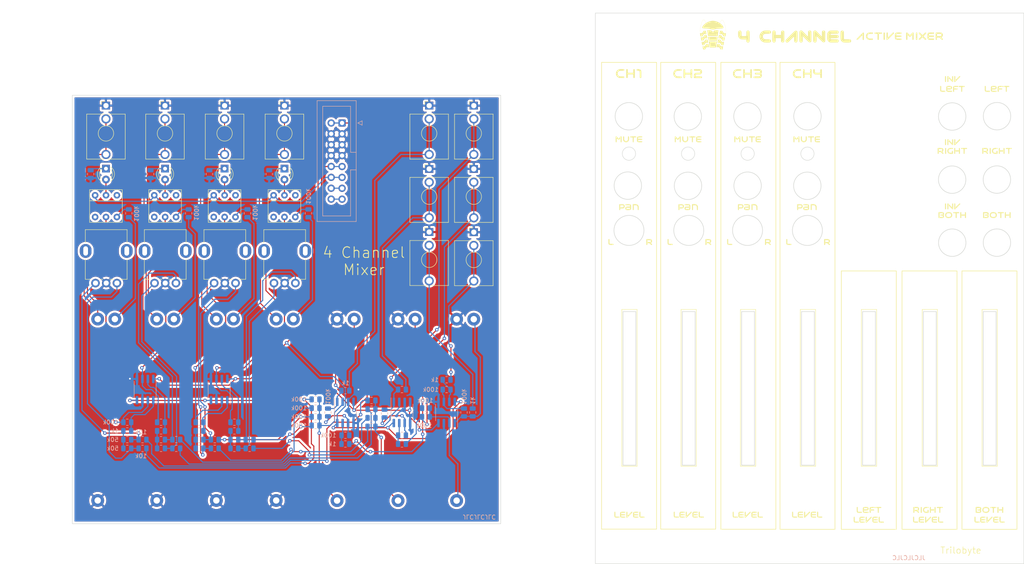
<source format=kicad_pcb>
(kicad_pcb (version 20211014) (generator pcbnew)
  (layers (0 "F.Cu" signal) (31 "B.Cu" signal) (34 "B.Paste" user) (35 "F.Paste" user) (36 "B.SilkS" user "B.Silkscreen") (37 "F.SilkS" user "F.Silkscreen") (38 "B.Mask" user) (39 "F.Mask" user) (44 "Edge.Cuts" user))
  (net 0 "")
  (net 1 "GND")
  (net 2 "Net-(D2-Pad1)")
  (net 3 "Net-(D2-Pad2)")
  (net 4 "Net-(D3-Pad1)")
  (net 5 "Net-(D3-Pad2)")
  (net 6 "Net-(D4-Pad1)")
  (net 7 "Net-(R1-Pad1)")
  (net 8 "Net-(R1-Pad2)")
  (net 9 "Net-(R2-Pad2)")
  (net 10 "Net-(R3-Pad2)")
  (net 11 "Net-(R4-Pad1)")
  (net 12 "Net-(D4-Pad2)")
  (net 13 "Net-(J1-PadS)")
  (net 14 "-12V")
  (net 15 "+12V")
  (net 16 "Net-(J2-PadS)")
  (net 17 "unconnected-(U1-Pad7)")
  (net 18 "unconnected-(U1-Pad8)")
  (net 19 "Net-(D1-Pad1)")
  (net 20 "Net-(D1-Pad2)")
  (net 21 "Net-(J3-PadS)")
  (net 22 "Net-(J4-PadS)")
  (net 23 "/LEFT OUT")
  (net 24 "/INV LEFT OUT")
  (net 25 "/RIGHT OUT")
  (net 26 "/INV RIGHT OUT")
  (net 27 "/L{slash}R OUT")
  (net 28 "/INV L{slash}R OUT")
  (net 29 "Net-(R2-Pad1)")
  (net 30 "Net-(R3-Pad1)")
  (net 31 "Net-(R4-Pad2)")
  (net 32 "Net-(R13-Pad2)")
  (net 33 "Net-(R9-Pad2)")
  (net 34 "Net-(R10-Pad1)")
  (net 35 "Net-(R10-Pad2)")
  (net 36 "Net-(R11-Pad1)")
  (net 37 "Net-(R11-Pad2)")
  (net 38 "Net-(R12-Pad1)")
  (net 39 "Net-(R13-Pad1)")
  (net 40 "Net-(R14-Pad1)")
  (net 41 "Net-(R15-Pad1)")
  (net 42 "Net-(R16-Pad1)")
  (net 43 "Net-(R17-Pad1)")
  (net 44 "Net-(R18-Pad1)")
  (net 45 "Net-(R19-Pad1)")
  (net 46 "Net-(R20-Pad1)")
  (net 47 "Net-(R21-Pad1)")
  (net 48 "Net-(R22-Pad1)")
  (net 49 "Net-(R23-Pad1)")
  (net 50 "Net-(R24-Pad1)")
  (net 51 "CH. 1 LEFT")
  (net 52 "CH. 1 RIGHT")
  (net 53 "CH. 2 LEFT")
  (net 54 "CH. 2 RIGHT")
  (net 55 "CH. 3 LEFT")
  (net 56 "CH. 3 RIGHT")
  (net 57 "CH. 4 LEFT")
  (net 58 "CH. 4 RIGHT")
  (net 59 "Net-(R33-Pad1)")
  (net 60 "Net-(R37-Pad1)")
  (net 61 "Net-(R39-Pad1)")
  (net 62 "Net-(R43-Pad1)")
  (net 63 "Net-(R43-Pad2)")
  (net 64 "Net-(R44-Pad1)")
  (net 65 "Net-(R44-Pad2)")
  (net 66 "Net-(R45-Pad1)")
  (net 67 "Net-(R45-Pad2)")
  (net 68 "Net-(R46-Pad1)")
  (net 69 "Net-(R47-Pad1)")
  (net 70 "Net-(R48-Pad1)")
  (net 72 "+5V")
  (net 80 "Net-(R12-Pad2)")
  (footprint "LOGO" (layer "F.Cu") (at 179.606 52.44)
    (fp_text reference "G***" hide)
    (fp_text value "LOGO" hide)
  )
  (footprint "LIBRARY-8-bit-computer:faceplate-3.5mm-mono-jack-eurorack-2" (layer "F.Cu") (at 251.706 47.037)
    (fp_text reference "REF**" hide)
    (fp_text value "faceplate-3.5mm-mono-jack-eurorack-2" hide)
    (fp_circle (center 0 0) (end 3.2 0) (layer "Edge.Cuts") (width 0.12) (fill none))
  )
  (footprint "LIBRARY-8-bit-computer:Faceplate-Slide-Potentiometer-30mm-43.5mm" (layer "F.Cu") (at 249.932 110.744)
    (fp_text reference "REF**" hide)
    (fp_text value "Slide-Potentiometer-30mm-43.5" hide)
    (fp_rect (start -1.441 -18.107) (end 1.559 17.747) (layer "Edge.Cuts") (width 0.12) (fill none))
  )
  (footprint "LIBRARY-8-bit-computer:3.2mm-mounting-hole-eurorack" (layer "F.Cu") (at 251.902 25.941)
    (fp_text reference "H1" hide)
    (fp_text value "MountingHole" hide)
  )
  (footprint "LOGO" (layer "F.Cu") (at 170.517597 76.430493)
    (fp_text reference "G***" hide)
    (fp_text value "LOGO" hide)
  )
  (footprint "LOGO" (layer "F.Cu") (at 207.452 37.117)
    (fp_text reference "G***" hide)
    (fp_text value "LOGO" hide)
  )
  (footprint "LIBRARY-8-bit-computer:faceplate-3.5mm-mono-jack-eurorack-2" (layer "F.Cu") (at 193.466 47.077)
    (fp_text reference "REF**" hide)
    (fp_text value "faceplate-3.5mm-mono-jack-eurorack-2" hide)
    (fp_circle (center 0 0) (end 3.2 0) (layer "Edge.Cuts") (width 0.12) (fill none))
  )
  (footprint "LIBRARY-8-bit-computer:3.5mm-mono-jack-eurorack-2" (layer "F.Cu") (at 85.398 51.144)
    (fp_text reference "J4" hide)
    (fp_text value "AudioJack2_Ground" hide)
  )
  (footprint "LIBRARY-8-bit-computer:Slide-Potentiometer-30mm-43.5mm" (layer "F.Cu") (at 85.507 116.144)
    (fp_text reference "RV4" hide)
    (fp_text value "R_Potentiometer_US" hide)
  )
  (footprint "LOGO" (layer "F.Cu") (at 207.339343 140.057)
    (fp_text reference "G***" hide)
    (fp_text value "LOGO" hide)
  )
  (footprint "LOGO" (layer "F.Cu") (at 241.234 70.137)
    (fp_text reference "G***" hide)
    (fp_text value "LOGO" hide)
  )
  (footprint "LOGO" (layer "F.Cu") (at 241.234 40.673)
    (fp_text reference "G***" hide)
    (fp_text value "LOGO" hide)
  )
  (footprint "LIBRARY-8-bit-computer:alpha-9mm-potentiometer" (layer "F.Cu") (at 43.742 78.753 90)
    (fp_text reference "RV5" hide)
    (fp_text value "R_Potentiometer_US" hide)
  )
  (footprint "LED_THT:LED_D3.0mm" (layer "F.Cu") (at 43.742 59.275 -90)
    (fp_text reference "D1" hide)
    (fp_text value "LED" hide)
  )
  (footprint "LOGO" (layer "F.Cu") (at 249.909343 141.224266)
    (fp_text reference "G***" hide)
    (fp_text value "LOGO" hide)
  )
  (footprint "LOGO" (layer "F.Cu") (at 193.482 37.117)
    (fp_text reference "G***" hide)
    (fp_text value "LOGO" hide)
  )
  (footprint "LIBRARY-8-bit-computer:faceplate-DPDT-LatchingSwitch-THT" (layer "F.Cu") (at 207.436 63.277)
    (fp_text reference "REF**" hide)
    (fp_text value "THT-DPDT" hide)
    (fp_circle (center 0 0) (end 3.2 0) (layer "Edge.Cuts") (width 0.12) (fill none))
  )
  (footprint "LOGO" (layer "F.Cu") (at 229.05 28.387)
    (fp_text reference "G***" hide)
    (fp_text value "LOGO" hide)
  )
  (footprint "LOGO" (layer "F.Cu") (at 204.546 28.477)
    (fp_text reference "G***" hide)
    (fp_text value "LOGO" hide)
  )
  (footprint "LIBRARY-8-bit-computer:faceplate-3.5mm-mono-jack-eurorack-2" (layer "F.Cu") (at 251.676 61.827)
    (fp_text reference "REF**" hide)
    (fp_text value "faceplate-3.5mm-mono-jack-eurorack-2" hide)
    (fp_circle (center 0 0) (end 3.2 0) (layer "Edge.Cuts") (width 0.12) (fill none))
  )
  (footprint "LOGO" (layer "F.Cu") (at 161.556 76.407)
    (fp_text reference "G***" hide)
    (fp_text value "LOGO" hide)
  )
  (footprint "LIBRARY-8-bit-computer:Faceplate-Slide-Potentiometer-30mm-43.5mm" (layer "F.Cu") (at 235.962 110.744)
    (fp_text reference "REF**" hide)
    (fp_text value "Slide-Potentiometer-30mm-43.5" hide)
    (fp_rect (start -1.441 -18.107) (end 1.559 17.747) (layer "Edge.Cuts") (width 0.12) (fill none))
  )
  (footprint "LOGO" (layer "F.Cu") (at 179.602137 68.275489)
    (fp_text reference "G***" hide)
    (fp_text value "LOGO" hide)
  )
  (footprint "LIBRARY-8-bit-computer:Slide-Potentiometer-30mm-43.5mm" (layer "F.Cu") (at 71.537 116.144)
    (fp_text reference "RV3" hide)
    (fp_text value "R_Potentiometer_US" hide)
  )
  (footprint "LOGO" (layer "F.Cu") (at 193.496 52.44)
    (fp_text reference "G***" hide)
    (fp_text value "LOGO" hide)
  )
  (footprint "LIBRARY-8-bit-computer:DPDT-LatchingSwitch-THT" (layer "F.Cu") (at 71.058 73.5895 180)
    (fp_text reference "SW3" hide)
    (fp_text value "SW_Push_DPDT" hide)
  )
  (footprint "LOGO" (layer "F.Cu") (at 235.579343 141.224266)
    (fp_text reference "G***" hide)
    (fp_text value "LOGO" hide)
  )
  (footprint "LOGO" (layer "F.Cu") (at 221.766 138.937)
    (fp_text reference "G***" hide)
    (fp_text value "LOGO" hide)
  )
  (footprint "LIBRARY-8-bit-computer:Slide-Potentiometer-30mm-43.5mm" (layer "F.Cu") (at 43.851 116.144)
    (fp_text reference "RV1" hide)
    (fp_text value "R_Potentiometer_US" hide)
  )
  (footprint "LOGO" (layer "F.Cu") (at 251.648 70.137)
    (fp_text reference "G***" hide)
    (fp_text value "LOGO" hide)
  )
  (footprint "LOGO" (layer "F.Cu") (at 189.25952 76.407)
    (fp_text reference "G***" hide)
    (fp_text value "LOGO" hide)
  )
  (footprint "LIBRARY-8-bit-computer:3.5mm-mono-jack-eurorack-2" (layer "F.Cu") (at 119.18 80.646)
    (fp_text reference "J10" hide)
    (fp_text value "AudioJack2_Ground" hide)
  )
  (footprint "LIBRARY-8-bit-computer:Faceplate-Slide-Potentiometer-30mm-43.5mm" (layer "F.Cu") (at 179.687 110.744)
    (fp_text reference "REF**" hide)
    (fp_text value "Slide-Potentiometer-30mm-43.5" hide)
    (fp_rect (start -1.441 -18.107) (end 1.559 17.747) (layer "Edge.Cuts") (width 0.12) (fill none))
  )
  (footprint "LIBRARY-8-bit-computer:3.5mm-mono-jack-eurorack-2" (layer "F.Cu") (at 129.594 65.916)
    (fp_text reference "J7" hide)
    (fp_text value "AudioJack2_Ground" hide)
  )
  (footprint "LOGO" (layer "F.Cu") (at 241.234 53.119)
    (fp_text reference "G***" hide)
    (fp_text value "LOGO" hide)
  )
  (footprint "LIBRARY-8-bit-computer:3.5mm-mono-jack-eurorack-2" (layer "F.Cu") (at 119.18 65.916)
    (fp_text reference "J8" hide)
    (fp_text value "AudioJack2_Ground" hide)
  )
  (footprint "LIBRARY-8-bit-computer:faceplate-3.5mm-mono-jack-eurorack-2" (layer "F.Cu") (at 179.536 47.087)
    (fp_text reference "REF**" hide)
    (fp_text value "faceplate-3.5mm-mono-jack-eurorack-2" hide)
    (fp_circle (center 0 0) (end 3.2 0) (layer "Edge.Cuts") (width 0.12) (fill none))
  )
  (footprint "LIBRARY-8-bit-computer:Faceplate-Slide-Potentiometer-30mm-43.5mm" (layer "F.Cu") (at 207.514 110.744)
    (fp_text reference "REF**" hide)
    (fp_text value "Slide-Potentiometer-30mm-43.5" hide)
    (fp_rect (start -1.441 -18.107) (end 1.559 17.747) (layer "Edge.Cuts") (width 0.12) (fill none))
  )
  (footprint "LOGO" (layer "F.Cu") (at 241.234 38.387)
    (fp_text reference "G***" hide)
    (fp_text value "LOGO" hide)
  )
  (footprint "LOGO" (layer "F.Cu") (at 212.021117 76.430493)
    (fp_text reference "G***" hide)
    (fp_text value "LOGO" hide)
  )
  (footprint "LIBRARY-8-bit-computer:faceplate-3.5mm-mono-jack-eurorack-2" (layer "F.Cu") (at 207.466 47.047)
    (fp_text reference "REF**" hide)
    (fp_text value "faceplate-3.5mm-mono-jack-eurorack-2" hide)
    (fp_circle (center 0 0) (end 3.2 0) (layer "Edge.Cuts") (width 0.12) (fill none))
  )
  (footprint "LIBRARY-8-bit-computer:DPDT-LatchingSwitch-THT" (layer "F.Cu") (at 43.372 73.5895 180)
    (fp_text reference "SW1" hide)
    (fp_text value "SW_Push_DPDT" hide)
  )
  (footprint "LOGO" (layer "F.Cu") (at 184.317597 76.430493)
    (fp_text reference "G***" hide)
    (fp_text value "LOGO" hide)
  )
  (footprint "LOGO" (layer "F.Cu") (at 249.916 138.947)
    (fp_text reference "G***" hide)
    (fp_text value "LOGO" hide)
  )
  (footprint "LIBRARY-8-bit-computer:faceplate-DPDT-LatchingSwitch-THT" (layer "F.Cu") (at 179.586 63.287)
    (fp_text reference "REF**" hide)
    (fp_text value "THT-DPDT" hide)
    (fp_circle (center 0 0) (end 3.2 0) (layer "Edge.Cuts") (width 0.12) (fill none))
  )
  (footprint "LIBRARY-8-bit-computer:Faceplate-Slide-Potentiometer-30mm-43.5mm" (layer "F.Cu") (at 221.773 110.744)
    (fp_text reference "REF**" hide)
    (fp_text value "Slide-Potentiometer-30mm-43.5" hide)
    (fp_rect (start -1.441 -18.107) (end 1.559 17.747) (layer "Edge.Cuts") (width 0.12) (fill none))
  )
  (footprint "LOGO" (layer "F.Cu") (at 165.782137 68.275489)
    (fp_text reference "G***" hide)
    (fp_text value "LOGO" hide)
  )
  (footprint "LIBRARY-8-bit-computer:3.5mm-mono-jack-eurorack-2" (layer "F.Cu") (at 129.594 51.144)
    (fp_text reference "J5" hide)
    (fp_text value "AudioJack2_Ground" hide)
  )
  (footprint "LIBRARY-8-bit-computer:faceplate-alpha-9mm-potentiometer" (layer "F.Cu") (at 179.766 73.693)
    (fp_text reference "REF**" hide)
    (fp_text value "faceplate-alpha-9mm-potentiometer" hide)
    (fp_circle (center 0 0) (end 3.5 0) (layer "Edge.Cuts") (width 0.12) (fill none))
  )
  (footprint "LIBRARY-8-bit-computer:Faceplate-Slide-Potentiometer-30mm-43.5mm" (layer "F.Cu") (at 193.548 110.744)
    (fp_text reference "REF**" hide)
    (fp_text value "Slide-Potentiometer-30mm-43.5" hide)
    (fp_rect (start -1.441 -18.107) (end 1.559 17.747) (layer "Edge.Cuts") (width 0.12) (fill none))
  )
  (footprint "LIBRARY-8-bit-computer:faceplate-3.5mm-mono-jack-eurorack-2" (layer "F.Cu") (at 241.236 61.847)
    (fp_text reference "REF**" hide)
    (fp_text value "faceplate-3.5mm-mono-jack-eurorack-2" hide)
    (fp_circle (center 0 0) (end 3.2 0) (layer "Edge.Cuts") (width 0.12) (fill none))
  )
  (footprint "LOGO" (layer "F.Cu") (at 207.312137 68.275489)
    (fp_text reference "G***" hide)
    (fp_text value "LOGO" hide)
  )
  (footprint "LOGO" (layer "F.Cu") (at 241.234 68.105)
    (fp_text reference "G***" hide)
    (fp_text value "LOGO" hide)
  )
  (footprint "LOGO" (layer "F.Cu") (at 193.492137 68.275489)
    (fp_text reference "G***" hide)
    (fp_text value "LOGO" hide)
  )
  (footprint "LIBRARY-8-bit-computer:Slide-Potentiometer-30mm-43.5mm" (layer "F.Cu") (at 57.627 116.144)
    (fp_text reference "RV2" hide)
    (fp_text value "R_Potentiometer_US" hide)
  )
  (footprint "LIBRARY-8-bit-computer:alpha-9mm-potentiometer" (layer "F.Cu") (at 57.518 78.753 90)
    (fp_text reference "RV6" hide)
    (fp_text value "R_Potentiometer_US" hide)
  )
  (footprint "LOGO" (layer "F.Cu") (at 165.796 37.117)
    (fp_text reference "G***" hide)
    (fp_text value "LOGO" hide)
  )
  (footprint "LIBRARY-8-bit-computer:faceplate-3.5mm-mono-jack-eurorack-2" (layer "F.Cu") (at 165.776 47.057)
    (fp_text reference "REF**" hide)
    (fp_text value "faceplate-3.5mm-mono-jack-eurorack-2" hide)
    (fp_circle (center 0 0) (end 3.2 0) (layer "Edge.Cuts") (width 0.12) (fill none))
  )
  (footprint "LIBRARY-8-bit-computer:Trilobyte-7mm" (layer "F.Cu") (at 185.615645 20.168038)
    (fp_text reference "REF**" hide)
    (fp_text value "Trilobyte-7mm" hide)
  )
  (footprint "LOGO" (layer "F.Cu") (at 165.856 140.067)
    (fp_text reference "G***" hide)
    (fp_text value "LOGO" hide)
  )
  (footprint "LIBRARY-8-bit-computer:faceplate-3.5mm-mono-jack-eurorack-2" (layer "F.Cu") (at 241.256 76.557)
    (fp_text reference "REF**" hide)
    (fp_text value "faceplate-3.5mm-mono-jack-eurorack-2" hide)
    (fp_circle (center 0 0) (end 3.2 0) (layer "Edge.Cuts") (width 0.12) (fill none))
  )
  (footprint "LOGO" (layer "F.Cu") (at 179.716 140.057)
    (fp_text reference "G***" hide)
    (fp_text value "LOGO" hide)
  )
  (footprint "LIBRARY-8-bit-computer:3.5mm-mono-jack-eurorack-2" (layer "F.Cu") (at 43.742 51.144)
    (fp_text reference "J1" hide)
    (fp_text value "AudioJack2_Ground" hide)
  )
  (footprint "LOGO" (layer "F.Cu") (at 203.05952 76.407)
    (fp_text reference "G***" hide)
    (fp_text value "LOGO" hide)
  )
  (footprint "LIBRARY-8-bit-computer:faceplate-3.5mm-mono-jack-eurorack-2" (layer "F.Cu") (at 241.246 47.107)
    (fp_text reference "REF**" hide)
    (fp_text value "faceplate-3.5mm-mono-jack-eurorack-2" hide)
    (fp_circle (center 0 0) (end 3.2 0) (layer "Edge.Cuts") (width 0.12) (fill none))
  )
  (footprint "LIBRARY-8-bit-computer:Slide-Potentiometer-30mm-43.5mm" (layer "F.Cu") (at 99.713 116.176)
    (fp_text reference "RV11" hide)
    (fp_text value "R_Potentiometer_US" hide)
  )
  (footprint "LIBRARY-8-bit-computer:alpha-9mm-potentiometer" (layer "F.Cu") (at 85.398 78.753 90)
    (fp_text reference "RV8" hide)
    (fp_text value "R_Potentiometer_US" hide)
  )
  (footprint "LIBRARY-8-bit-computer:faceplate-DPDT-LatchingSwitch-THT" (layer "F.Cu") (at 193.496 63.257)
    (fp_text reference "REF**" hide)
    (fp_text value "THT-DPDT" hide)
    (fp_circle (center 0 0) (end 3.2 0) (layer "Edge.Cuts") (width 0.12) (fill none))
  )
  (footprint "LIBRARY-8-bit-computer:faceplate-alpha-9mm-potentiometer" (layer "F.Cu") (at 193.482 73.693)
    (fp_text reference "REF**" hide)
    (fp_text value "faceplate-alpha-9mm-potentiometer" hide)
    (fp_circle (center 0 0) (end 3.5 0) (layer "Edge.Cuts") (width 0.12) (fill none))
  )
  (footprint "LIBRARY-8-bit-computer:3.2mm-mounting-hole-eurorack" (layer "F.Cu") (at 251.902 148.467)
    (fp_text reference "H1" hide)
    (fp_text value "MountingHole" hide)
  )
  (footprint "LIBRARY-8-bit-computer:3.5mm-mono-jack-eurorack-2" (layer "F.Cu") (at 71.428 51.144)
    (fp_text reference "J3" hide)
    (fp_text value "AudioJack2_Ground" hide)
  )
  (footprint "LIBRARY-8-bit-computer:3.5mm-mono-jack-eurorack-2" (layer "F.Cu") (at 119.18 51.144)
    (fp_text reference "J6" hide)
    (fp_text value "AudioJack2_Ground" hide)
  )
  (footprint "LIBRARY-8-bit-computer:3.5mm-mono-jack-eurorack-2" (layer "F.Cu") (at 129.594 80.678)
    (fp_text reference "J9" hide)
    (fp_text value "AudioJack2_Ground" hide)
  )
  (footprint "LOGO" (layer "F.Cu") (at 235.556 138.937)
    (fp_text reference "G***" hide)
    (fp_text value "LOGO" hide)
  )
  (footprint "LOGO" (layer "F.Cu") (at 165.806 52.44)
    (fp_text reference "G***" hide)
    (fp_text value "LOGO" hide)
  )
  (footprint "LOGO" (layer "F.Cu") (at 221.719343 141.234266)
    (fp_text reference "G***" hide)
    (fp_text value "LOGO" hide)
  )
  (footprint "LIBRARY-8-bit-computer:3.5mm-mono-jack-eurorack-2" (layer "F.Cu") (at 57.518 51.144)
    (fp_text reference "J2" hide)
    (fp_text value "AudioJack2_Ground" hide)
  )
  (footprint "LED_THT:LED_D3.0mm" (layer "F.Cu") (at 71.428 59.275 -90)
    (fp_text reference "D3" hide)
    (fp_text value "LED" hide)
  )
  (footprint "LIBRARY-8-bit-computer:3.2mm-mounting-hole-eurorack" (layer "F.Cu") (at 165.466 148.467)
    (fp_text reference "H1" hide)
    (fp_text value "MountingHole" hide)
  )
  (footprint "LIBRARY-8-bit-computer:3.2mm-mounting-hole-eurorack" (layer "F.Cu") (at 165.466 25.967)
    (fp_text reference "H1" hide)
    (fp_text value "MountingHole" hide)
  )
  (footprint "LED_THT:LED_D3.0mm" (layer "F.Cu") (at 85.398 59.275 -90)
    (fp_text reference "D4" hide)
    (fp_text value "LED" hide)
  )
  (footprint "LOGO" (layer "F.Cu") (at 179.512 37.117)
    (fp_text reference "G***" hide)
    (fp_text value "LOGO" hide)
  )
  (footprint "LIBRARY-8-bit-computer:faceplate-3.5mm-mono-jack-eurorack-2" (layer "F.Cu") (at 251.686 76.547)
    (fp_text reference "REF**" hide)
    (fp_text value "faceplate-3.5mm-mono-jack-eurorack-2" hide)
    (fp_circle (center 0 0) (end 3.2 0) (layer "Edge.Cuts") (width 0.12) (fill none))
  )
  (footprint "LOGO" (layer "F.Cu") (at 198.221117 76.430493)
    (fp_text reference "G***" hide)
    (fp_text value "LOGO" hide)
  )
  (footprint "LOGO" (layer "F.Cu") (at 193.479343 140.067)
    (fp_text reference "G***" hide)
    (fp_text value "LOGO" hide)
  )
  (footprint "LIBRARY-8-bit-computer:alpha-9mm-potentiometer" (layer "F.Cu") (at 71.428 78.753 90)
    (fp_text reference "RV7" hide)
    (fp_text value "R_Potentiometer_US" hide)
  )
  (footprint "LIBRARY-8-bit-computer:Slide-Potentiometer-30mm-43.5mm" (layer "F.Cu") (at 127.618 116.176)
    (fp_text reference "RV10" hide)
    (fp_text value "R_Potentiometer_US" hide)
  )
  (footprint "LOGO" (layer "F.Cu") (at 251.648 55.151)
    (fp_text reference "G***" hide)
    (fp_text value "LOGO" hide)
  )
  (footprint "LOGO" (layer "F.Cu") (at 207.296 52.44)
    (fp_text reference "G***" hide)
    (fp_text value "LOGO" hide)
  )
  (footprint "LIBRARY-8-bit-computer:Faceplate-Slide-Potentiometer-30mm-43.5mm" (layer "F.Cu") (at 165.862 110.744)
    (fp_text reference "REF**" hide)
    (fp_text value "Slide-Potentiometer-30mm-43.5" hide)
    (fp_rect (start -1.441 -18.107) (end 1.559 17.747) (layer "Edge.Cuts") (width 0.12) (fill none))
  )
  (footprint "LIBRARY-8-bit-computer:faceplate-alpha-9mm-potentiometer" (layer "F.Cu") (at 165.806 73.693)
    (fp_text reference "REF**" hide)
    (fp_text value "faceplate-alpha-9mm-potentiometer" hide)
    (fp_circle (center 0 0) (end 3.5 0) (layer "Edge.Cuts") (width 0.12) (fill none))
  )
  (footprint "LOGO" (layer "F.Cu") (at 251.648 40.673)
    (fp_text reference "G***" hide)
    (fp_text value "LOGO" hide)
  )
  (footprint "LIBRARY-8-bit-computer:Slide-Potentiometer-30mm-43.5mm" (layer "F.Cu") (at 113.937 116.176)
    (fp_text reference "RV9" hide)
    (fp_text value "R_Potentiometer_US" hide)
  )
  (footprint "LIBRARY-8-bit-computer:faceplate-DPDT-LatchingSwitch-THT" (layer "F.Cu") (at 165.542 63.237)
    (fp_text reference "REF**" hide)
    (fp_text value "THT-DPDT" hide)
    (fp_circle (center 0 0) (end 3.2 0) (layer "Edge.Cuts") (width 0.12) (fill none))
  )
  (footprint "LOGO" (layer "F.Cu") (at 175.356 76.407)
    (fp_text reference "G***" hide)
    (fp_text value "LOGO" hide)
  )
  (footprint "LIBRARY-8-bit-computer:faceplate-alpha-9mm-potentiometer" (layer "F.Cu") (at 207.452 73.697)
    (fp_text reference "REF**" hide)
    (fp_text value "faceplate-alpha-9mm-potentiometer" hide)
    (fp_circle (center 0 0) (end 3.5 0) (layer "Edge.Cuts") (width 0.12) (fill none))
  )
  (footprint "LIBRARY-8-bit-computer:DPDT-LatchingSwitch-THT" (layer "F.Cu") (at 85.028 73.5895 180)
    (fp_text reference "SW4" hide)
    (fp_text value "SW_Push_DPDT" hide)
  )
  (footprint "LOGO" (layer "F.Cu") (at 241.234 55.151)
    (fp_text reference "G***" hide)
    (fp_text value "LOGO" hide)
  )
  (footprint "LED_THT:LED_D3.0mm" (layer "F.Cu") (at 57.549 59.275 -90)
    (fp_text reference "D2" hide)
    (fp_text value "LED" hide)
  )
  (footprint "LIBRARY-8-bit-computer:DPDT-LatchingSwitch-THT" (layer "F.Cu") (at 57.179 73.5895 180)
    (fp_text reference "SW2" hide)
    (fp_text value "SW_Push_DPDT" hide)
  )
  (footprint "Resistor_SMD:R_0805_2012Metric" (layer "B.Cu") (at 112.83 123.542 180)
    (fp_text reference "R49" hide)
    (fp_text value "R_Small_US" hide)
  )
  (footprint "Resistor_SMD:R_0805_2012Metric" (layer "B.Cu") (at 112.83 121.51)
    (fp_text reference "R46" hide)
    (fp_text value "R_Small_US" hide)
  )
  (footprint "Resistor_SMD:R_0805_2012Metric" (layer "B.Cu") (at 118.418 117.192 180)
    (fp_text reference "R38" hide)
    (fp_text value "R_Small_US" hide)
  )
  (footprint "Resistor_SMD:R_0805_2012Metric" (layer "B.Cu") (at 112.83 110.842 180)
    (fp_text reference "R50" hide)
    (fp_text value "R_Small_US" hide)
  )
  (footprint "Resistor_SMD:R_0805_2012Metric" (layer "B.Cu") (at 92.6605 115.16 180)
    (fp_text reference "R40" hide)
    (fp_text value "R_Small_US" hide)
  )
  (footprint "Resistor_SMD:R_0805_2012Metric" (layer "B.Cu") (at 69.142 124.558 180)
    (fp_text reference "R30" hide)
    (fp_text value "R_Small_US" hide)
  )
  (footprint "Package_SO:SOIC-8_3.9x4.9mm_P1.27mm" (layer "B.Cu") (at 123.244 116.176 90)
    (fp_text reference "U5" hide)
    (fp_text value "TL072" hide)
  )
  (footprint "Resistor_SMD:R_0805_2012Metric" (layer "B.Cu") (at 65.586 118.462 180)
    (fp_text reference "R11" hide)
    (fp_text value "R_Small_US" hide)
  )
  (footprint "Resistor_SMD:R_0805_2012Metric" (layer "B.Cu") (at 73.714 122.526 180)
    (fp_text reference "R23" hide)
    (fp_text value "R_Small_US" hide)
  )
  (footprint "Resistor_SMD:R_0805_2012Metric" (layer "B.Cu") (at 56.5925 120.494)
    (fp_text reference "R14" hide)
    (fp_text value "R_Small_US" hide)
  )
  (footprint "Resistor_SMD:R_0805_2012Metric" (layer "B.Cu") (at 123.244 108.556 180)
    (fp_text reference "R51" hide)
    (fp_text value "R_Small_US" hide)
  )
  (footprint "LIBRARY-8-bit-computer:IDC-Socket-Eurorack_16p_2.54mm" (layer "B.Cu") (at 97.5805 57.502)
    (fp_text reference "U1" hide)
    (fp_text value "Eurorack_IDE_16P" hide)
  )
  (footprint "Resistor_SMD:R_0805_2012Metric" (layer "B.Cu") (at 67.872 60.55 90)
    (fp_text reference "R7" hide)
    (fp_text value "R_Small_US" hide)
  )
  (footprint "Package_SO:SOIC-8_3.9x4.9mm_P1.27mm" (layer "B.Cu") (at 112.83 116.176 -90)
    (fp_text reference "U4" hide)
    (fp_text value "TL072" hide)
  )
  (footprint "Resistor_SMD:R_0805_2012Metric" (layer "B.Cu") (at 123.244 110.842 180)
    (fp_text reference "R47" hide)
    (fp_text value "R_Small_US" hide)
  )
  (footprint "Resistor_SMD:R_0805_2012Metric" (layer "B.Cu") (at 48.7185 120.494)
    (fp_text reference "R13" hide)
    (fp_text value "R_Small_US" hide)
  )
  (footprint "Resistor_SMD:R_0805_2012Metric" (layer "B.Cu") (at 49.076 69.694 -90)
    (fp_text reference "R1" hide)
    (fp_text value "R_Small_US" hide)
  )
  (footprint "Resistor_SMD:R_0805_2012Metric" (layer "B.Cu") (at 54.156 60.55 90)
    (fp_text reference "R6" hide)
    (fp_text value "R_Small_US" hide)
  )
  (footprint "Package_SO:SOIC-8_3.9x4.9mm_P1.27mm" (layer "B.Cu") (at 70.158 110.842 90)
    (fp_text reference "U3" hide)
    (fp_text value "TL072" hide)
  )
  (footprint "Resistor_SMD:R_0805_2012Metric" (layer "B.Cu") (at 127.308 116.176 -90)
    (fp_text reference "R44" hide)
    (fp_text value "R_Small_US" hide)
  )
  (footprint "Resistor_SMD:R_0805_2012Metric" (layer "B.Cu") (at 69.142 122.526 180)
    (fp_text reference "R29" hide)
    (fp_text value "R_Small_US" hide)
  )
  (footprint "Resistor_SMD:R_0805_2012Metric" (layer "B.Cu") (at 92.6605 119.224 180)
    (fp_text reference "R42" hide)
    (fp_text value "R_Small_US" hide)
  )
  (footprint "Resistor_SMD:R_0805_2012Metric" (layer "B.Cu") (at 48.7185 118.462 180)
    (fp_text reference "R9" hide)
    (fp_text value "R_Small_US" hide)
  )
  (footprint "Resistor_SMD:R_0805_2012Metric" (layer "B.Cu") (at 90.986 69.694 -90)
    (fp_text reference "R4" hide)
    (fp_text value "R_Small_US" hide)
  )
  (footprint "Resistor_SMD:R_0805_2012Metric" (layer "B.Cu") (at 73.714 118.462 180)
    (fp_text reference "R12" hide)
    (fp_text value "R_Small_US" hide)
  )
  (footprint "Resistor_SMD:R_0805_2012Metric" (layer "B.Cu") (at 105.718 115.414 180)
    (fp_text reference "R34" hide)
    (fp_text value "R_Small_US" hide)
  )
  (footprint "Resistor_SMD:R_0805_2012Metric" (layer "B.Cu") (at 56.5925 118.462 180)
    (fp_text reference "R10" hide)
    (fp_text value "R_Small_US" hide)
  )
  (footprint "Package_SO:SOIC-8_3.9x4.9mm_P1.27mm" (layer "B.Cu") (at 52.886 110.842 90)
    (fp_text reference "U2" hide)
    (fp_text value "TL072" hide)
  )
  (footprint "Resistor_SMD:R_0805_2012Metric" (layer "B.Cu") (at 60.1485 122.526 180)
    (fp_text reference "R27" hide)
    (fp_text value "R_Small_US" hide)
  )
  (footprint "Resistor_SMD:R_0805_2012Metric" (layer "B.Cu") (at 105.718 119.478 180)
    (fp_text reference "R36" hide)
    (fp_text value "R_Small_US" hide)
  )
  (footprint "Resistor_SMD:R_0805_2012Metric" (layer "B.Cu") (at 65.586 122.526 180)
    (fp_text reference "R21" hide)
    (fp_text value "R_Small_US" hide)
  )
  (footprint "Resistor_SMD:R_0805_2012Metric" (layer "B.Cu") (at 40.186 60.55 90)
    (fp_text reference "R5" hide)
    (fp_text value "R_Small_US" hide)
  )
  (footprint "Resistor_SMD:R_0805_2012Metric" (layer "B.Cu") (at 92.6605 117.192 180)
    (fp_text reference "R41" hide)
    (fp_text value "R_Small_US" hide)
  )
  (footprint "Resistor_SMD:R_0805_2012Metric" (layer "B.Cu") (at 77.27 122.526 180)
    (fp_text reference "R31" hide)
    (fp_text value "R_Small_US" hide)
  )
  (footprint "Resistor_SMD:R_0805_2012Metric" (layer "B.Cu") (at 65.586 120.494)
    (fp_text reference "R15" hide)
    (fp_text value "R_Small_US" hide)
  )
  (footprint "Resistor_SMD:R_0805_2012Metric" (layer "B.Cu") (at 99.622 121.51)
    (fp_text reference "R48" hide)
    (fp_text value "R_Small_US" hide)
  )
  (footprint "Resistor_SMD:R_0805_2012Metric" (layer "B.Cu") (at 129.34 116.176 -90)
    (fp_text reference "R52" hide)
    (fp_text value "R_Small_US" hide)
  )
  (footprint "Resistor_SMD:R_0805_2012Metric" (layer "B.Cu") (at 73.714 120.494)
    (fp_text reference "R16" hide)
    (fp_text value "R_Small_US" hide)
  )
  (footprint "Resistor_SMD:R_0805_2012Metric" (layer "B.Cu") (at 92.6605 113.128 180)
    (fp_text reference "R39" hide)
    (fp_text value "R_Small_US" hide)
  )
  (footprint "Resistor_SMD:R_0805_2012Metric" (layer "B.Cu") (at 48.7185 124.558 180)
    (fp_text reference "R17" hide)
    (fp_text value "R_Small_US" hide)
  )
  (footprint "Resistor_SMD:R_0805_2012Metric" (layer "B.Cu") (at 81.842 60.55 90)
    (fp_text reference "R8" hide)
    (fp_text value "R_Small_US" hide)
  )
  (footprint "Resistor_SMD:R_0805_2012Metric" (layer "B.Cu") (at 118.418 115.16 180)
    (fp_text reference "R37" hide)
    (fp_text value "R_Small_US" hide)
  )
  (footprint "Resistor_SMD:R_0805_2012Metric" (layer "B.Cu") (at 77.27 124.558 180)
    (fp_text reference "R32" hide)
    (fp_text value "R_Small_US" hide)
  )
  (footprint "Resistor_SMD:R_0805_2012Metric" (layer "B.Cu") (at 108.766 116.43 90)
    (fp_text reference "R43" hide)
    (fp_text value "R_Small_US" hide)
  )
  (footprint "Resistor_SMD:R_0805_2012Metric" (layer "B.Cu") (at 63.046 69.694 -90)
    (fp_text reference "R2" hide)
    (fp_text value "R_Small_US" hide)
  )
  (footprint "Resistor_SMD:R_0805_2012Metric" (layer "B.Cu") (at 48.7185 122.526 180)
    (fp_text reference "R18" hide)
    (fp_text value "R_Small_US" hide)
  )
  (footprint "Resistor_SMD:R_0805_2012Metric" (layer "B.Cu") (at 56.5925 124.558 180)
    (fp_text reference "R20" hide)
    (fp_text value "R_Small_US" hide)
  )
  (footprint "Resistor_SMD:R_0805_2012Metric" (layer "B.Cu") (at 105.718 113.382 180)
    (fp_text reference "R33" hide)
    (fp_text value "R_Small_US" hide)
  )
  (footprint "Resistor_SMD:R_0805_2012Metric" (layer "B.Cu") (at 95.558 116.176 90)
    (fp_text reference "R45" hide)
    (fp_text value "R_Small_US" hide)
  )
  (footprint "Resistor_SMD:R_0805_2012Metric" (layer "B.Cu") (at 56.5925 122.526 180)
    (fp_text reference "R19" hide)
    (fp_text value "R_Small_US" hide)
  )
  (footprint "Resistor_SMD:R_0805_2012Metric" (layer "B.Cu") (at 65.586 124.558 180)
    (fp_text reference "R22" hide)
    (fp_text value "R_Small_US" hide)
  )
  (footprint "Resistor_SMD:R_0805_2012Metric" (layer "B.Cu") (at 99.622 111.096 180)
    (fp_text reference "R54" hide)
    (fp_text value "R_Small_US" hide)
  )
  (footprint "Resistor_SMD:R_0805_2012Metric" (layer "B.Cu") (at 105.718 117.446 180)
    (fp_text reference "R35" hide)
    (fp_text value "R_Small_US" hide)
  )
  (footprint "Resistor_SMD:R_0805_2012Metric" (layer "B.Cu") (at 52.2745 122.526 180)
    (fp_text reference "R26" hide)
    (fp_text value "R_Small_US" hide)
  )
  (footprint "Resistor_SMD:R_0805_2012Metric" (layer "B.Cu") (at 99.622 123.542 180)
    (fp_text reference "R53" hide)
    (fp_text value "R_Small_US" hide)
  )
  (footprint "Resistor_SMD:R_0805_2012Metric" (layer "B.Cu") (at 52.2745 124.558 180)
    (fp_text reference "R25" hide)
    (fp_text value "R_Small_US" hide)
  )
  (footprint "Resistor_SMD:R_0805_2012Metric" (layer "B.Cu") (at 73.714 124.558 180)
    (fp_text reference "R24" hide)
    (fp_text value "R_Small_US" hide)
  )
  (footprint "Package_SO:SOIC-8_3.9x4.9mm_P1.27mm" (layer "B.Cu") (at 99.622 116.176 -90)
    (fp_text reference "U6" hide)
    (fp_text value "TL072" hide)
  )
  (footprint "Resistor_SMD:R_0805_2012Metric" (layer "B.Cu") (at 76.762 69.694 -90)
    (fp_text reference "R3" hide)
    (fp_text value "R_Small_US" hide)
  )
  (footprint "Resistor_SMD:R_0805_2012Metric" (layer "B.Cu") (at 60.1485 124.558 180)
    (fp_text reference "R28" hide)
    (fp_text value "R_Small_US" hide)
  )
  (gr_rect (start 173.216 34.473) (end 186.046 143.417) (layer "F.SilkS") (width 0.15) (fill none))
  (gr_rect (start 159.416 34.473) (end 172.246 143.417) (layer "F.SilkS") (width 0.15) (fill none))
  (gr_rect (start 215.366 83.157) (end 228.196 143.457) (layer "F.SilkS") (width 0.15) (fill none))
  (gr_rect (start 229.536 83.157) (end 242.366 143.457) (layer "F.SilkS") (width 0.15) (fill none))
  (gr_rect (start 187.256 34.473) (end 200.086 143.437) (layer "F.SilkS") (width 0.15) (fill none))
  (gr_rect (start 243.526 83.157) (end 256.356 143.457) (layer "F.SilkS") (width 0.15) (fill none))
  (gr_rect (start 201.056 34.473) (end 213.886 143.457) (layer "F.SilkS") (width 0.15) (fill none))
  (gr_circle (center 193.502 55.777) (end 195.052 55.777) (layer "Edge.Cuts") (width 0.1) (fill none))
  (gr_rect (start 35.892 42.144) (end 135.892 142.144) (layer "Edge.Cuts") (width 0.1) (fill none))
  (gr_circle (center 165.802 55.777) (end 167.352 55.777) (layer "Edge.Cuts") (width 0.1) (fill none))
  (gr_circle (center 179.602 55.777) (end 181.152 55.777) (layer "Edge.Cuts") (width 0.1) (fill none))
  (gr_rect (start 157.966 22.967) (end 257.966 151.467) (layer "Edge.Cuts") (width 0.1) (fill none))
  (gr_circle (center 207.462 55.787) (end 209.012 55.787) (layer "Edge.Cuts") (width 0.1) (fill none))
  (gr_text "1k" (at 46.79 120.494) (layer "B.SilkS") (effects (font (size 1 1)) (justify left mirror)))
  (gr_text "100k" (at 119.942 119.224) (layer "B.SilkS") (effects (font (size 1 1)) (justify left mirror)))
  (gr_text "100k" (at 127.308 114.398 270) (layer "B.SilkS") (effects (font (size 1 1)) (justify left mirror)))
  (gr_text "100k" (at 90.732 115.16) (layer "B.SilkS") (effects (font (size 1 1)) (justify left mirror)))
  (gr_text "1k" (at 100.638 109.318) (layer "B.SilkS") (effects (font (size 1 1)) (justify left mirror)))
  (gr_text "100k" (at 50.854 71.726 270) (layer "B.SilkS") (effects (font (size 1 1)) (justify left mirror)))
  (gr_text "100k" (at 97.59 121.51) (layer "B.SilkS") (effects (font (size 1 1)) (justify left mirror)))
  (gr_text "100k" (at 90.732 119.224) (layer "B.SilkS") (effects (font (size 1 1)) (justify left mirror)))
  (gr_text "50k" (at 46.79 124.558) (layer "B.SilkS") (effects (font (size 1 1)) (justify left mirror)))
  (gr_text "100k" (at 90.986 67.662 270) (layer "B.SilkS") (effects (font (size 1 1)) (justify left mirror)))
  (gr_text "JLCJLCJLC" (at 231.13 150.11) (layer "B.SilkS") (effects (font (size 1 1)) (justify mirror)))
  (gr_text "100k" (at 120.196 113.382) (layer "B.SilkS") (effects (font (size 1 1)) (justify left mirror)))
  (gr_text "JLCJLCJLC" (at 130.864 140.56 180) (layer "B.SilkS") (effects (font (size 1 1)) (justify mirror)))
  (gr_text "100k" (at 90.732 117.192) (layer "B.SilkS") (effects (font (size 1 1)) (justify left mirror)))
  (gr_text "50k" (at 46.79 122.526) (layer "B.SilkS") (effects (font (size 1 1)) (justify left mirror)))
  (gr_text "10k" (at 53.394 126.336) (layer "B.SilkS") (effects (font (size 1 1)) (justify left mirror)))
  (gr_text "10k" (at 53.394 120.748) (layer "B.SilkS") (effects (font (size 1 1)) (justify left mirror)))
  (gr_text "1k" (at 97.59 123.542) (layer "B.SilkS") (effects (font (size 1 1)) (justify left mirror)))
  (gr_text "100k" (at 78.54 71.472 270) (layer "B.SilkS") (effects (font (size 1 1)) (justify left mirror)))
  (gr_text "100k" (at 64.824 71.472 270) (layer "B.SilkS") (effects (font (size 1 1)) (justify left mirror)))
  (gr_text "100k" (at 95.558 114.398 270) (layer "B.SilkS") (effects (font (size 1 1)) (justify left mirror)))
  (gr_text "1k" (at 121.466 108.556) (layer "B.SilkS") (effects (font (size 1 1)) (justify left mirror)))
  (gr_text "100k" (at 46.79 118.462) (layer "B.SilkS") (effects (font (size 1 1)) (justify left mirror)))
  (gr_text "1k" (at 129.34 114.398 270) (layer "B.SilkS") (effects (font (size 1 1)) (justify left mirror)))
  (gr_text "100k" (at 90.732 113.128) (layer "B.SilkS") (effects (font (size 1 1)) (justify left mirror)))
  (gr_text "100k" (at 121.466 110.842) (layer "B.SilkS") (effects (font (size 1 1)) (justify left mirror)))
  (gr_text "Trilobyte" (at 243.266 148.369) (layer "F.SilkS") (effects (font (size 1.5 1.5))))
  (gr_text "4 Channel\nMixer" (at 103.94 80.87) (layer "F.SilkS") (effects (font (size 2.5 2.5) (thickness 0.2))))
  (via (at 102.67 110.842) (size 0.8) (drill 0.4) (layers "F.Cu" "B.Cu") (net 1))
  (via (at 49.33 108.302) (size 0.8) (drill 0.4) (layers "F.Cu" "B.Cu") (net 1))
  (segment (start 101.146 112.366) (end 102.67 110.842) (width 0.25) (layer "B.Cu") (net 1))
  (segment (start 50.981 108.367) (end 49.395 108.367) (width 0.25) (layer "B.Cu") (net 1))
  (segment (start 100.257 113.255) (end 101.146 112.366) (width 0.25) (layer "B.Cu") (net 1))
  (segment (start 49.395 108.367) (end 49.33 108.302) (width 0.25) (layer "B.Cu") (net 1))
  (segment (start 100.257 113.701) (end 100.257 113.255) (width 0.25) (layer "B.Cu") (net 1))
  (segment (start 54.156 59.6375) (end 54.5185 59.275) (width 0.25) (layer "B.Cu") (net 2))
  (segment (start 54.5185 59.275) (end 57.549 59.275) (width 0.25) (layer "B.Cu") (net 2))
  (segment (start 57.549 61.815) (end 57.549 65.4795) (width 0.25) (layer "F.Cu") (net 3))
  (segment (start 57.549 65.4795) (end 57.559 65.4895) (width 0.25) (layer "F.Cu") (net 3))
  (segment (start 67.872 59.6375) (end 68.2345 59.275) (width 0.25) (layer "B.Cu") (net 4))
  (segment (start 68.2345 59.275) (end 71.428 59.275) (width 0.25) (layer "B.Cu") (net 4))
  (segment (start 71.428 61.815) (end 71.428 65.4795) (width 0.25) (layer "F.Cu") (net 5))
  (segment (start 71.428 65.4795) (end 71.438 65.4895) (width 0.25) (layer "F.Cu") (net 5))
  (segment (start 82.2045 59.275) (end 85.398 59.275) (width 0.25) (layer "B.Cu") (net 6))
  (segment (start 81.842 59.6375) (end 82.2045 59.275) (width 0.25) (layer "B.Cu") (net 6))
  (segment (start 46.292 70.5695) (end 46.292 70.446) (width 0.25) (layer "B.Cu") (net 7))
  (segment (start 47.9565 68.7815) (end 49.076 68.7815) (width 0.25) (layer "B.Cu") (net 7))
  (segment (start 46.292 70.446) (end 47.9565 68.7815) (width 0.25) (layer "B.Cu") (net 7))
  (segment (start 50.6 72.1305) (end 50.6 89.603) (width 0.25) (layer "B.Cu") (net 8))
  (segment (start 50.6 89.603) (end 45.819 94.384) (width 0.25) (layer "B.Cu") (net 8))
  (segment (start 49.076 70.6065) (end 50.6 72.1305) (width 0.25) (layer "B.Cu") (net 8))
  (segment (start 63.046 72.996) (end 64.57 74.52) (width 0.25) (layer "B.Cu") (net 9))
  (segment (start 64.57 89.409) (end 59.595 94.384) (width 0.25) (layer "B.Cu") (net 9))
  (segment (start 64.57 74.52) (end 64.57 89.409) (width 0.25) (layer "B.Cu") (net 9))
  (segment (start 63.046 70.6065) (end 63.046 72.996) (width 0.25) (layer "B.Cu") (net 9))
  (segment (start 78.286 72.1305) (end 78.286 89.603) (width 0.25) (layer "B.Cu") (net 10))
  (segment (start 78.286 89.603) (end 73.505 94.384) (width 0.25) (layer "B.Cu") (net 10))
  (segment (start 76.762 70.6065) (end 78.286 72.1305) (width 0.25) (layer "B.Cu") (net 10))
  (segment (start 87.948 70.2955) (end 87.948 70.5695) (width 0.25) (layer "B.Cu") (net 11))
  (segment (start 90.986 68.7815) (end 89.462 68.7815) (width 0.25) (layer "B.Cu") (net 11))
  (segment (start 89.462 68.7815) (end 87.948 70.2955) (width 0.25) (layer "B.Cu") (net 11))
  (segment (start 85.398 65.4795) (end 85.408 65.4895) (width 0.25) (layer "F.Cu") (net 12))
  (segment (start 85.398 61.815) (end 85.398 65.4795) (width 0.25) (layer "F.Cu") (net 12))
  (segment (start 38.662 88.998) (end 38.662 83.41) (width 0.25) (layer "F.Cu") (net 13))
  (segment (start 41.819 92.155) (end 38.662 88.998) (width 0.25) (layer "F.Cu") (net 13))
  (segment (start 38.408 73.504) (end 38.408 58.01) (width 0.25) (layer "F.Cu") (net 13))
  (segment (start 43.742 55.97) (end 43.742 47.67) (width 0.25) (layer "F.Cu") (net 13))
  (segment (start 40.448 55.97) (end 43.742 55.97) (width 0.25) (layer "F.Cu") (net 13))
  (segment (start 38.408 58.01) (end 40.448 55.97) (width 0.25) (layer "F.Cu") (net 13))
  (segment (start 41.819 94.384) (end 41.819 92.155) (width 0.25) (layer "F.Cu") (net 13))
  (segment (start 41.456 80.616) (end 41.456 76.552) (width 0.25) (layer "F.Cu") (net 13))
  (segment (start 41.456 76.552) (end 38.408 73.504) (width 0.25) (layer "F.Cu") (net 13))
  (segment (start 38.662 83.41) (end 41.456 80.616) (width 0.25) (layer "F.Cu") (net 13))
  (segment (start 97.336 111.35) (end 101.654 115.668) (width 0.25) (layer "F.Cu") (net 14))
  (segment (start 116.894 119.478) (end 116.894 120.24) (width 0.25) (layer "F.Cu") (net 14))
  (segment (start 114.608 115.668) (end 114.608 117.192) (width 0.25) (layer "F.Cu") (net 14))
  (segment (start 104.702 51.406) (end 101.92 48.624) (width 0.25) (layer "F.Cu") (net 14))
  (segment (start 104.702 112.62) (end 104.702 51.406) (width 0.25) (layer "F.Cu") (net 14))
  (segment (start 114.608 117.192) (end 116.894 119.478) (width 0.25) (layer "F.Cu") (net 14))
  (segment (start 66.856 113.382) (end 83.62 113.382) (width 0.25) (layer "F.Cu") (net 14))
  (segment (start 114.608 115.668) (end 101.654 115.668) (width 0.25) (layer "F.Cu") (net 14))
  (segment (start 101.654 115.668) (end 104.702 112.62) (width 0.25) (layer "F.Cu") (net 14))
  (segment (start 83.62 113.382) (end 85.652 111.35) (width 0.25) (layer "F.Cu") (net 14))
  (segment (start 101.92 48.624) (end 98.8505 48.624) (width 0.25) (layer "F.Cu") (net 14))
  (segment (start 85.652 111.35) (end 97.336 111.35) (width 0.25) (layer "F.Cu") (net 14))
  (segment (start 49.33 113.382) (end 66.856 113.382) (width 0.25) (layer "F.Cu") (net 14))
  (via (at 66.856 113.382) (size 0.8) (drill 0.4) (layers "F.Cu" "B.Cu") (net 14))
  (via (at 114.608 115.668) (size 0.8) (drill 0.4) (layers "F.Cu" "B.Cu") (net 14))
  (via (at 116.894 120.24) (size 0.8) (drill 0.4) (layers "F.Cu" "B.Cu") (net 14))
  (via (at 101.654 115.668) (size 0.8) (drill 0.4) (layers "F.Cu" "B.Cu") (net 14))
  (via (at 49.33 113.382) (size 0.8) (drill 0.4) (layers "F.Cu" "B.Cu") (net 14))
  (segment (start 50.981 113.317) (end 49.395 113.317) (width 0.25) (layer "B.Cu") (net 14))
  (segment (start 121.339 118.651) (end 119.75 120.24) (width 0.25) (layer "B.Cu") (net 14))
  (segment (start 96.3105 48.624) (end 98.8505 48.624) (width 0.25) (layer "B.Cu") (net 14))
  (segment (start 114.735 113.701) (end 114.735 115.541) (width 0.25) (layer "B.Cu") (net 14))
  (segment (start 119.75 120.24) (end 116.894 120.24) (width 0.25) (layer "B.Cu") (net 14))
  (segment (start 66.856 113.382) (end 68.188 113.382) (width 0.25) (layer "B.Cu") (net 14))
  (segment (start 101.527 115.541) (end 101.527 113.701) (width 0.25) (layer "B.Cu") (net 14))
  (segment (start 49.395 113.317) (end 49.33 113.382) (width 0.25) (layer "B.Cu") (net 14))
  (segment (start 68.188 113.382) (end 68.253 113.317) (width 0.25) (layer "B.Cu") (net 14))
  (segment (start 101.654 115.668) (end 101.527 115.541) (width 0.25) (layer "B.Cu") (net 14))
  (segment (start 114.735 115.541) (end 114.608 115.668) (width 0.25) (layer "B.Cu") (net 14))
  (segment (start 126.546 113.636) (end 124.768 115.414) (width 0.25) (layer "F.Cu") (net 15))
  (segment (start 72.444 109.826) (end 57.712 109.826) (width 0.25) (layer "F.Cu") (net 15))
  (segment (start 93.272 92.554) (end 85.906 99.92) (width 0.25) (layer "F.Cu") (net 15))
  (segment (start 93.272 60.55) (end 93.272 92.554) (width 0.25) (layer "F.Cu") (net 15))
  (segment (start 57.712 109.826) (end 56.188 108.302) (width 0.25) (layer "F.Cu") (net 15))
  (segment (start 85.906 99.92) (end 77.524 108.302) (width 0.25) (layer "F.Cu") (net 15))
  (segment (start 124.768 115.414) (end 124.768 119.986) (width 0.25) (layer "F.Cu") (net 15))
  (segment (start 95.05 58.772) (end 93.272 60.55) (width 0.25) (layer "F.Cu") (net 15))
  (segment (start 96.3105 58.772) (end 95.05 58.772) (width 0.25) (layer "F.Cu") (net 15))
  (segment (start 122.482 122.272) (end 112.068 122.272) (width 0.25) (layer "F.Cu") (net 15))
  (segment (start 73.968 108.302) (end 72.444 109.826) (width 0.25) (layer "F.Cu") (net 15))
  (segment (start 112.068 122.272) (end 109.528 119.732) (width 0.25) (layer "F.Cu") (net 15))
  (segment (start 77.524 108.302) (end 73.968 108.302) (width 0.25) (layer "F.Cu") (net 15))
  (segment (start 109.528 119.732) (end 96.828 119.732) (width 0.25) (layer "F.Cu") (net 15))
  (segment (start 124.768 119.986) (end 122.482 122.272) (width 0.25) (layer "F.Cu") (net 15))
  (via (at 85.906 99.92) (size 0.8) (drill 0.4) (layers "F.Cu" "B.Cu") (net 15))
  (via (at 56.188 108.302) (size 0.8) (drill 0.4) (layers "F.Cu" "B.Cu") (net 15))
  (via (at 109.528 119.732) (size 0.8) (drill 0.4) (layers "F.Cu" "B.Cu") (net 15))
  (via (at 96.828 119.732) (size 0.8) (drill 0.4) (layers "F.Cu" "B.Cu") (net 15))
  (via (at 126.546 113.636) (size 0.8) (drill 0.4) (layers "F.Cu" "B.Cu") (net 15))
  (via (at 73.968 108.302) (size 0.8) (drill 0.4) (layers "F.Cu" "B.Cu") (net 15))
  (segment (start 96.932493 107.794) (end 93.78 107.794) (width 0.25) (layer "B.Cu") (net 15))
  (segment (start 56.123 108.367) (end 56.188 108.302) (width 0.25) (layer "B.Cu") (net 15))
  (segment (start 73.903 108.367) (end 73.968 108.302) (width 0.25) (layer "B.Cu") (net 15))
  (segment (start 125.149 113.701) (end 126.481 113.701) (width 0.25) (layer "B.Cu") (net 15))
  (segment (start 110.925 118.651) (end 110.609 118.651) (width 0.25) (layer "B.Cu") (net 15))
  (segment (start 96.828 119.732) (end 96.828 119.54) (width 0.25) (layer "B.Cu") (net 15))
  (segment (start 96.828 119.54) (end 97.717 118.651) (width 0.25) (layer "B.Cu") (net 15))
  (segment (start 99.61152 110.473027) (end 96.932493 107.794) (width 0.25) (layer "B.Cu") (net 15))
  (segment (start 72.063 108.367) (end 73.903 108.367) (width 0.25) (layer "B.Cu") (net 15))
  (segment (start 98.8505 58.784) (end 96.3225 58.784) (width 0.25) (layer "B.Cu") (net 15))
  (segment (start 54.791 108.367) (end 56.123 108.367) (width 0.25) (layer "B.Cu") (net 15))
  (segment (start 97.717 118.651) (end 97.717 116.617072) (width 0.25) (layer "B.Cu") (net 15))
  (segment (start 99.61152 114.722552) (end 99.61152 110.473027) (width 0.25) (layer "B.Cu") (net 15))
  (segment (start 110.609 118.651) (end 109.528 119.732) (width 0.25) (layer "B.Cu") (net 15))
  (segment (start 126.481 113.701) (end 126.546 113.636) (width 0.25) (layer "B.Cu") (net 15))
  (segment (start 96.3225 58.784) (end 96.3105 58.772) (width 0.25) (layer "B.Cu") (net 15))
  (segment (start 93.78 107.794) (end 85.906 99.92) (width 0.25) (layer "B.Cu") (net 15))
  (segment (start 97.717 116.617072) (end 99.61152 114.722552) (width 0.25) (layer "B.Cu") (net 15))
  (segment (start 52.632 73.758) (end 55.426 76.552) (width 0.25) (layer "F.Cu") (net 16))
  (segment (start 54.672 55.97) (end 52.632 58.01) (width 0.25) (layer "F.Cu") (net 16))
  (segment (start 53.14 91.929) (end 55.595 94.384) (width 0.25) (layer "F.Cu") (net 16))
  (segment (start 55.426 80.362) (end 53.14 82.648) (width 0.25) (layer "F.Cu") (net 16))
  (segment (start 57.518 55.97) (end 54.672 55.97) (width 0.25) (layer "F.Cu") (net 16))
  (segment (start 55.426 76.552) (end 55.426 80.362) (width 0.25) (layer "F.Cu") (net 16))
  (segment (start 52.632 58.01) (end 52.632 73.758) (width 0.25) (layer "F.Cu") (net 16))
  (segment (start 57.518 47.67) (end 57.518 55.97) (width 0.25) (layer "F.Cu") (net 16))
  (segment (start 53.14 82.648) (end 53.14 91.929) (width 0.25) (layer "F.Cu") (net 16))
  (segment (start 98.8385 63.852) (end 98.8505 63.864) (width 0.25) (layer "B.Cu") (net 17))
  (segment (start 96.3105 63.852) (end 98.8385 63.852) (width 0.25) (layer "B.Cu") (net 17))
  (segment (start 96.3225 66.404) (end 96.3105 66.392) (width 0.25) (layer "B.Cu") (net 18))
  (segment (start 98.8505 66.404) (end 96.3225 66.404) (width 0.25) (layer "B.Cu") (net 18))
  (segment (start 40.5485 59.275) (end 43.742 59.275) (width 0.25) (layer "B.Cu") (net 19))
  (segment (start 40.186 59.6375) (end 40.5485 59.275) (width 0.25) (layer "B.Cu") (net 19))
  (segment (start 43.742 61.815) (end 43.742 65.4795) (width 0.25) (layer "F.Cu") (net 20))
  (segment (start 43.742 65.4795) (end 43.752 65.4895) (width 0.25) (layer "F.Cu") (net 20))
  (segment (start 69.904 79.346) (end 66.094 83.156) (width 0.25) (layer "F.Cu") (net 21))
  (segment (start 66.094 90.973) (end 69.505 94.384) (width 0.25) (layer "F.Cu") (net 21))
  (segment (start 71.428 47.67) (end 71.428 55.97) (width 0.25) (layer "F.Cu") (net 21))
  (segment (start 71.428 55.97) (end 68.134 55.97) (width 0.25) (layer "F.Cu") (net 21))
  (segment (start 66.094 83.156) (end 66.094 90.973) (width 0.25) (layer "F.Cu") (net 21))
  (segment (start 68.134 55.97) (end 65.84 58.264) (width 0.25) (layer "F.Cu") (net 21))
  (segment (start 69.904 77.06) (end 69.904 79.346) (width 0.25) (layer "F.Cu") (net 21))
  (segment (start 65.84 72.996) (end 69.904 77.06) (width 0.25) (layer "F.Cu") (net 21))
  (segment (start 65.84 58.264) (end 65.84 72.996) (width 0.25) (layer "F.Cu") (net 21))
  (segment (start 83.112 75.536) (end 83.112 79.346) (width 0.25) (layer "F.Cu") (net 22))
  (segment (start 79.556 71.98) (end 83.112 75.536) (width 0.25) (layer "F.Cu") (net 22))
  (segment (start 85.398 55.97) (end 85.398 47.67) (width 0.25) (layer "F.Cu") (net 22))
  (segment (start 83.112 79.346) (end 79.81 82.648) (width 0.25) (layer "F.Cu") (net 22))
  (segment (start 81.85 55.97) (end 79.556 58.264) (width 0.25) (layer "F.Cu") (net 22))
  (segment (start 85.398 55.97) (end 81.85 55.97) (width 0.25) (layer "F.Cu") (net 22))
  (segment (start 79.81 90.719) (end 83.475 94.384) (width 0.25) (layer "F.Cu") (net 22))
  (segment (start 79.81 82.648) (end 79.81 90.719) (width 0.25) (layer "F.Cu") (net 22))
  (segment (start 79.556 58.264) (end 79.556 71.98) (width 0.25) (layer "F.Cu") (net 22))
  (segment (start 105.464 125.32) (end 104.702 125.32) (width 0.25) (layer "F.Cu") (net 23))
  (segment (start 117.656 100.174) (end 117.656 113.382) (width 0.25) (layer "F.Cu") (net 23))
  (segment (start 120.958 96.872) (end 117.656 100.174) (width 0.25) (layer "F.Cu") (net 23))
  (segment (start 117.656 113.382) (end 117.656 121.256) (width 0.25) (layer "F.Cu") (net 23))
  (segment (start 104.702 125.32) (end 102.162 122.78) (width 0.25) (layer "F.Cu") (net 23))
  (via (at 105.464 125.32) (size 0.8) (drill 0.4) (layers "F.Cu" "B.Cu") (net 23))
  (via (at 120.958 96.872) (size 0.8) (drill 0.4) (layers "F.Cu" "B.Cu") (net 23))
  (via (at 117.656 121.256) (size 0.8) (drill 0.4) (layers "F.Cu" "B.Cu") (net 23))
  (via (at 117.656 113.382) (size 0.8) (drill 0.4) (layers "F.Cu" "B.Cu") (net 23))
  (via (at 102.162 122.78) (size 0.8) (drill 0.4) (layers "F.Cu" "B.Cu") (net 23))
  (segment (start 117.656 122.78) (end 115.116 125.32) (width 0.25) (layer "B.Cu") (net 23))
  (segment (start 101.4 123.542) (end 100.5345 123.542) (width 0.25) (layer "B.Cu") (net 23))
  (segment (start 115.116 125.32) (end 105.464 125.32) (width 0.25) (layer "B.Cu") (net 23))
  (segment (start 129.594 55.97) (end 121.466 64.098) (width 0.25) (layer "B.Cu") (net 23))
  (segment (start 117.656 121.256) (end 117.656 122.78) (width 0.25) (layer "B.Cu") (net 23))
  (segment (start 129.594 55.97) (end 129.594 47.67) (width 0.25) (layer "B.Cu") (net 23))
  (segment (start 121.466 96.364) (end 120.958 96.872) (width 0.25) (layer "B.Cu") (net 23))
  (segment (start 102.162 122.78) (end 101.4 123.542) (width 0.25) (layer "B.Cu") (net 23))
  (segment (start 121.466 64.098) (end 121.466 96.364) (width 0.25) (layer "B.Cu") (net 23))
  (segment (start 117.5055 113.5325) (end 117.656 113.382) (width 0.25) (layer "B.Cu") (net 23))
  (segment (start 117.5055 115.16) (end 117.5055 113.5325) (width 0.25) (layer "B.Cu") (net 23))
  (segment (start 102.416 104.746) (end 102.416 101.324751) (width 0.25) (layer "B.Cu") (net 24))
  (segment (start 100.5345 106.6275) (end 102.416 104.746) (width 0.25) (layer "B.Cu") (net 24))
  (segment (start 106.48 62.074) (end 112.584 55.97) (width 0.25) (layer "B.Cu") (net 24))
  (segment (start 112.584 55.97) (end 119.18 55.97) (width 0.25) (layer "B.Cu") (net 24))
  (segment (start 102.416 101.324751) (end 106.48 97.260751) (width 0.25) (layer "B.Cu") (net 24))
  (segment (start 106.48 97.260751) (end 106.48 62.074) (width 0.25) (layer "B.Cu") (net 24))
  (segment (start 119.18 47.67) (end 119.18 55.97) (width 0.25) (layer "B.Cu") (net 24))
  (segment (start 100.5345 111.096) (end 100.5345 106.6275) (width 0.25) (layer "B.Cu") (net 24))
  (segment (start 120.45 101.19) (end 118.672 102.968) (width 0.25) (layer "F.Cu") (net 25))
  (segment (start 118.672 102.968) (end 118.672 118.97) (width 0.25) (layer "F.Cu") (net 25))
  (segment (start 122.736 98.904) (end 120.45 101.19) (width 0.25) (layer "F.Cu") (net 25))
  (via (at 122.736 98.904) (size 0.8) (drill 0.4) (layers "F.Cu" "B.Cu") (net 25))
  (via (at 118.672 118.97) (size 0.8) (drill 0.4) (layers "F.Cu" "B.Cu") (net 25))
  (segment (start 129.594 70.742) (end 129.594 62.442) (width 0.25) (layer "B.Cu") (net 25))
  (segment (start 116.169499 121.115001) (end 113.7425 123.542) (width 0.25) (layer "B.Cu") (net 25))
  (segment (start 117.5055 117.8035) (end 117.5055 117.192) (width 0.25) (layer "B.Cu") (net 25))
  (segment (start 122.736 92.046) (end 122.736 98.904) (width 0.25) (layer "B.Cu") (net 25))
  (segment (start 122.736 77.6) (end 122.736 92.046) (width 0.25) (layer "B.Cu") (net 25))
  (segment (start 118.672 118.97) (end 117.5055 117.8035) (width 0.25) (layer "B.Cu") (net 25))
  (segment (start 129.594 70.742) (end 122.736 77.6) (width 0.25) (layer "B.Cu") (net 25))
  (segment (start 117.5055 117.192) (end 116.169499 118.528001) (width 0.25) (layer "B.Cu") (net 25))
  (segment (start 116.169499 118.528001) (end 116.169499 121.115001) (width 0.25) (layer "B.Cu") (net 25))
  (segment (start 108.258 102.968) (end 113.7425 108.4525) (width 0.25) (layer "B.Cu") (net 26))
  (segment (start 108.258 77.822) (end 108.258 102.968) (width 0.25) (layer "B.Cu") (net 26))
  (segment (start 115.338 70.742) (end 108.258 77.822) (width 0.25) (layer "B.Cu") (net 26))
  (segment (start 119.18 62.442) (end 119.18 70.742) (width 0.25) (layer "B.Cu") (net 26))
  (segment (start 113.7425 108.4525) (end 113.7425 110.842) (width 0.25) (layer "B.Cu") (net 26))
  (segment (start 119.18 70.742) (end 115.338 70.742) (width 0.25) (layer "B.Cu") (net 26))
  (segment (start 124.26 100.682) (end 124.26 106.778) (width 0.25) (layer "F.Cu") (net 27))
  (via (at 124.26 100.682) (size 0.8) (drill 0.4) (layers "F.Cu" "B.Cu") (net 27))
  (via (at 124.26 106.778) (size 0.8) (drill 0.4) (layers "F.Cu" "B.Cu") (net 27))
  (segment (start 129.594 85.504) (end 123.752 91.346) (width 0.25) (layer "B.Cu") (net 27))
  (segment (start 124.26 108.4525) (end 124.1565 108.556) (width 0.25) (layer "B.Cu") (net 27))
  (segment (start 123.752 92.3) (end 123.752 100.174) (width 0.25) (layer "B.Cu") (net 27))
  (segment (start 129.594 77.204) (end 129.594 85.504) (width 0.25) (layer "B.Cu") (net 27))
  (segment (start 123.752 100.174) (end 124.26 100.682) (width 0.25) (layer "B.Cu") (net 27))
  (segment (start 123.752 91.346) (end 123.752 92.3) (width 0.25) (layer "B.Cu") (net 27))
  (segment (start 124.26 106.778) (end 124.26 108.4525) (width 0.25) (layer "B.Cu") (net 27))
  (segment (start 119.18 97.126) (end 119.18 85.472) (width 0.25) (layer "B.Cu") (net 28))
  (segment (start 129.34 107.286) (end 119.18 97.126) (width 0.25) (layer "B.Cu") (net 28))
  (segment (start 129.34 115.2635) (end 129.34 107.286) (width 0.25) (layer "B.Cu") (net 28))
  (segment (start 119.18 85.472) (end 119.18 77.172) (width 0.25) (layer "B.Cu") (net 28))
  (segment (start 61.6725 68.7815) (end 60.099 70.355) (width 0.25) (layer "B.Cu") (net 29))
  (segment (start 60.099 70.355) (end 60.099 70.5695) (width 0.25) (layer "B.Cu") (net 29))
  (segment (start 63.046 68.7815) (end 61.6725 68.7815) (width 0.25) (layer "B.Cu") (net 29))
  (segment (start 75.3885 68.7815) (end 73.978 70.192) (width 0.25) (layer "B.Cu") (net 30))
  (segment (start 76.762 68.7815) (end 75.3885 68.7815) (width 0.25) (layer "B.Cu") (net 30))
  (segment (start 73.978 70.192) (end 73.978 70.5695) (width 0.25) (layer "B.Cu") (net 30))
  (segment (start 91.94252 89.91648) (end 87.475 94.384) (width 0.25) (layer "B.Cu") (net 31))
  (segment (start 91.94252 71.56302) (end 91.94252 89.91648) (width 0.25) (layer "B.Cu") (net 31))
  (segment (start 90.986 70.6065) (end 91.94252 71.56302) (width 0.25) (layer "B.Cu") (net 31))
  (segment (start 54.791 114.779) (end 54.791 113.317) (width 0.25) (layer "B.Cu") (net 32))
  (segment (start 49.631 120.494) (end 49.631 118.462) (width 0.25) (layer "B.Cu") (net 32))
  (segment (start 49.631 118.462) (end 49.631 117.399) (width 0.25) (layer "B.Cu") (net 32))
  (segment (start 50.346 116.684) (end 52.886 116.684) (width 0.25) (layer "B.Cu") (net 32))
  (segment (start 52.886 116.684) (end 54.791 114.779) (width 0.25) (layer "B.Cu") (net 32))
  (segment (start 49.631 117.399) (end 50.346 116.684) (width 0.25) (layer "B.Cu") (net 32))
  (segment (start 40.694 89.76) (end 43.742 92.808) (width 0.25) (layer "F.Cu") (net 33))
  (segment (start 39.424 84.172) (end 39.424 88.49) (width 0.25) (layer "F.Cu") (net 33))
  (segment (start 43.742 92.808) (end 43.742 93.824) (width 0.25) (layer "F.Cu") (net 33))
  (segment (start 43.742 93.824) (end 43.742 116.176) (width 0.25) (layer "F.Cu") (net 33))
  (segment (start 43.752 79.844) (end 39.424 84.172) (width 0.25) (layer "F.Cu") (net 33))
  (segment (start 39.424 88.49) (end 40.694 89.76) (width 0.25) (layer "F.Cu") (net 33))
  (segment (start 43.742 116.176) (end 46.028 118.462) (width 0.25) (layer "F.Cu") (net 33))
  (segment (start 43.752 70.5695) (end 43.752 79.844) (width 0.25) (layer "F.Cu") (net 33))
  (via (at 46.028 118.462) (size 0.8) (drill 0.4) (layers "F.Cu" "B.Cu") (net 33))
  (segment (start 52.124 116.176) (end 53.521 114.779) (width 0.25) (layer "B.Cu") (net 33))
  (segment (start 47.806 118.462) (end 47.806 117.446) (width 0.25) (layer "B.Cu") (net 33))
  (segment (start 46.028 118.462) (end 47.806 118.462) (width 0.25) (layer "B.Cu") (net 33))
  (segment (start 53.521 114.779) (end 53.521 113.317) (width 0.25) (layer "B.Cu") (net 33))
  (segment (start 47.806 117.446) (end 49.076 116.176) (width 0.25) (layer "B.Cu") (net 33))
  (segment (start 49.076 116.176) (end 52.124 116.176) (width 0.25) (layer "B.Cu") (net 33))
  (segment (start 57.505 118.462) (end 57.505 120.494) (width 0.25) (layer "B.Cu") (net 34))
  (segment (start 57.505 112.921) (end 54.918 110.334) (width 0.25) (layer "B.Cu") (net 34))
  (segment (start 54.156 110.334) (end 53.521 109.699) (width 0.25) (layer "B.Cu") (net 34))
  (segment (start 57.505 118.462) (end 57.505 112.921) (width 0.25) (layer "B.Cu") (net 34))
  (segment (start 54.918 110.334) (end 54.156 110.334) (width 0.25) (layer "B.Cu") (net 34))
  (segment (start 53.521 109.699) (end 53.521 108.367) (width 0.25) (layer "B.Cu") (net 34))
  (segment (start 53.648 88.49) (end 57.712 92.554) (width 0.25) (layer "F.Cu") (net 35))
  (segment (start 57.559 79.753) (end 53.648 83.664) (width 0.25) (layer "F.Cu") (net 35))
  (segment (start 57.712 92.554) (end 57.712 100.174) (width 0.25) (layer "F.Cu") (net 35))
  (segment (start 57.559 70.5695) (end 57.559 79.753) (width 0.25) (layer "F.Cu") (net 35))
  (segment (start 57.712 100.174) (end 52.124 105.762) (width 0.25) (layer "F.Cu") (net 35))
  (segment (start 53.648 83.664) (end 53.648 88.49) (width 0.25) (layer "F.Cu") (net 35))
  (via (at 52.124 105.762) (size 0.8) (drill 0.4) (layers "F.Cu" "B.Cu") (net 35))
  (segment (start 53.14 110.842) (end 52.251 109.953) (width 0.25) (layer "B.Cu") (net 35))
  (segment (start 55.934 118.208) (end 55.934 116.43) (width 0.25) (layer "B.Cu") (net 35))
  (segment (start 55.934 116.43) (end 55.934 112.366) (width 0.25) (layer "B.Cu") (net 35))
  (segment (start 54.41 110.842) (end 53.14 110.842) (width 0.25) (layer "B.Cu") (net 35))
  (segment (start 52.251 108.367) (end 52.251 105.889) (width 0.25) (layer "B.Cu") (net 35))
  (segment (start 55.68 118.462) (end 55.934 118.208) (width 0.25) (layer "B.Cu") (net 35))
  (segment (start 55.934 112.366) (end 54.41 110.842) (width 0.25) (layer "B.Cu") (net 35))
  (segment (start 52.251 105.889) (end 52.124 105.762) (width 0.25) (layer "B.Cu") (net 35))
  (segment (start 52.251 109.953) (end 52.251 108.367) (width 0.25) (layer "B.Cu") (net 35))
  (segment (start 67.364 116.43) (end 66.348 117.446) (width 0.25) (layer "B.Cu") (net 36))
  (segment (start 70.666 116.43) (end 67.364 116.43) (width 0.25) (layer "B.Cu") (net 36))
  (segment (start 66.348 117.446) (end 66.348 118.3115) (width 0.25) (layer "B.Cu") (net 36))
  (segment (start 66.4985 118.462) (end 66.4985 120.494) (width 0.25) (layer "B.Cu") (net 36))
  (segment (start 72.063 115.033) (end 70.666 116.43) (width 0.25) (layer "B.Cu") (net 36))
  (segment (start 72.063 113.317) (end 72.063 115.033) (width 0.25) (layer "B.Cu") (net 36))
  (segment (start 66.348 118.3115) (end 66.4985 118.462) (width 0.25) (layer "B.Cu") (net 36))
  (segment (start 67.364 88.49) (end 71.680489 92.806489) (width 0.25) (layer "F.Cu") (net 37))
  (segment (start 71.438 70.5695) (end 71.438 79.59) (width 0.25) (layer "F.Cu") (net 37))
  (segment (start 71.438 79.59) (end 67.364 83.664) (width 0.25) (layer "F.Cu") (net 37))
  (segment (start 71.680489 98.651511) (end 64.57 105.762) (width 0.25) (layer "F.Cu") (net 37))
  (segment (start 71.680489 92.806489) (end 71.680489 98.651511) (width 0.25) (layer "F.Cu") (net 37))
  (segment (start 67.364 83.664) (end 67.364 88.49) (width 0.25) (layer "F.Cu") (net 37))
  (via (at 64.57 105.762) (size 0.8) (drill 0.4) (layers "F.Cu" "B.Cu") (net 37))
  (segment (start 66.348 115.668) (end 69.904 115.668) (width 0.25) (layer "B.Cu") (net 37))
  (segment (start 64.6735 118.462) (end 64.6735 117.3425) (width 0.25) (layer "B.Cu") (net 37))
  (segment (start 64.6735 105.8655) (end 64.57 105.762) (width 0.25) (layer "B.Cu") (net 37))
  (segment (start 64.6735 118.462) (end 64.6735 105.8655) (width 0.25) (layer "B.Cu") (net 37))
  (segment (start 70.793 114.779) (end 70.793 113.317) (width 0.25) (layer "B.Cu") (net 37))
  (segment (start 69.904 115.668) (end 70.793 114.779) (width 0.25) (layer "B.Cu") (net 37))
  (segment (start 64.6735 117.3425) (end 66.348 115.668) (width 0.25) (layer "B.Cu") (net 37))
  (segment (start 70.793 108.367) (end 70.793 109.699) (width 0.25) (layer "B.Cu") (net 38))
  (segment (start 72.444 110.588) (end 74.6265 112.7705) (width 0.25) (layer "B.Cu") (net 38))
  (segment (start 70.793 109.699) (end 71.682 110.588) (width 0.25) (layer "B.Cu") (net 38))
  (segment (start 71.682 110.588) (end 72.444 110.588) (width 0.25) (layer "B.Cu") (net 38))
  (segment (start 74.6265 112.7705) (end 74.6265 118.462) (width 0.25) (layer "B.Cu") (net 38))
  (segment (start 74.6265 118.462) (end 74.6265 120.494) (width 0.25) (layer "B.Cu") (net 38))
  (segment (start 47.806 120.494) (end 47.806 124.558) (width 0.25) (layer "B.Cu") (net 39))
  (segment (start 55.68 120.494) (end 55.68 124.558) (width 0.25) (layer "B.Cu") (net 40))
  (segment (start 64.6735 120.494) (end 64.6735 124.558) (width 0.25) (layer "B.Cu") (net 41))
  (segment (start 72.8015 124.558) (end 72.8015 120.494) (width 0.25) (layer "B.Cu") (net 42))
  (segment (start 47.345 126.844) (end 49.631 124.558) (width 0.25) (layer "B.Cu") (net 43))
  (segment (start 45.012 89.252) (end 40.694 89.252) (width 0.25) (layer "B.Cu") (net 43))
  (segment (start 44.504 119.224) (end 44.504 125.32) (width 0.25) (layer "B.Cu") (net 43))
  (segment (start 39.424001 90.521999) (end 39.424001 114.144001) (width 0.25) (layer "B.Cu") (net 43))
  (segment (start 39.424001 114.144001) (end 44.504 119.224) (width 0.25) (layer "B.Cu") (net 43))
  (segment (start 40.694 89.252) (end 39.424001 90.521999) (width 0.25) (layer "B.Cu") (net 43))
  (segment (start 51.362 124.558) (end 49.631 124.558) (width 0.25) (layer "B.Cu") (net 43))
  (segment (start 46.028 126.844) (end 47.345 126.844) (width 0.25) (layer "B.Cu") (net 43))
  (segment (start 44.504 125.32) (end 46.028 126.844) (width 0.25) (layer "B.Cu") (net 43))
  (segment (start 46.302 87.962) (end 45.012 89.252) (width 0.25) (layer "B.Cu") (net 43))
  (segment (start 46.302 85.985) (end 46.302 87.962) (width 0.25) (layer "B.Cu") (net 43))
  (segment (start 51.362 121.002) (end 43.488 121.002) (width 0.25) (layer "F.Cu") (net 44))
  (via (at 43.488 121.002) (size 0.8) (drill 0.4) (layers "F.Cu" "B.Cu") (net 44))
  (via (at 51.362 121.002) (size 0.8) (drill 0.4) (layers "F.Cu" "B.Cu") (net 44))
  (segment (start 38.154 115.668) (end 43.488 121.002) (width 0.25) (layer "B.Cu") (net 44))
  (segment (start 51.362 122.526) (end 51.362 121.002) (width 0.25) (layer "B.Cu") (net 44))
  (segment (start 49.631 122.526) (end 51.362 122.526) (width 0.25) (layer "B.Cu") (net 44))
  (segment (start 41.302 85.985) (end 38.154 89.133) (width 0.25) (layer "B.Cu") (net 44))
  (segment (start 38.154 89.133) (end 38.154 115.668) (width 0.25) (layer "B.Cu") (net 44))
  (segment (start 51.362 99.92) (end 59.236 107.794) (width 0.25) (layer "B.Cu") (net 45))
  (segment (start 59.49 83.664) (end 53.902 83.664) (width 0.25) (layer "B.Cu") (net 45))
  (segment (start 60.078 85.985) (end 60.078 84.252) (width 0.25) (layer "B.Cu") (net 45))
  (segment (start 59.236 107.794) (end 59.236 122.526) (width 0.25) (layer "B.Cu") (net 45))
  (segment (start 57.505 122.526) (end 59.236 122.526) (width 0.25) (layer "B.Cu") (net 45))
  (segment (start 60.078 84.252) (end 59.49 83.664) (width 0.25) (layer "B.Cu") (net 45))
  (segment (start 53.902 83.664) (end 51.362 86.204) (width 0.25) (layer "B.Cu") (net 45))
  (segment (start 51.362 86.204) (end 51.362 99.92) (width 0.25) (layer "B.Cu") (net 45))
  (segment (start 52.124 88.939) (end 52.124 99.666) (width 0.25) (layer "B.Cu") (net 46))
  (segment (start 59.236 124.558) (end 57.505 124.558) (width 0.25) (layer "B.Cu") (net 46))
  (segment (start 60.22398 123.57002) (end 59.236 124.558) (width 0.25) (layer "B.Cu") (net 46))
  (segment (start 60.22398 107.76598) (end 60.22398 123.57002) (width 0.25) (layer "B.Cu") (net 46))
  (segment (start 52.124 99.666) (end 60.22398 107.76598) (width 0.25) (layer "B.Cu") (net 46))
  (segment (start 55.078 85.985) (end 52.124 88.939) (width 0.25) (layer "B.Cu") (net 46))
  (segment (start 66.856 114.906) (end 66.856 119.732) (width 0.25) (layer "F.Cu") (net 47))
  (segment (start 66.856 119.732) (end 68.126 121.002) (width 0.25) (layer "F.Cu") (net 47))
  (via (at 68.126 121.002) (size 0.8) (drill 0.4) (layers "F.Cu" "B.Cu") (net 47))
  (via (at 66.856 114.906) (size 0.8) (drill 0.4) (layers "F.Cu" "B.Cu") (net 47))
  (segment (start 69.396 89.76) (end 69.142 89.76) (width 0.25) (layer "B.Cu") (net 47))
  (segment (start 65.84 93.062) (end 65.84 105) (width 0.25) (layer "B.Cu") (net 47))
  (segment (start 73.988 85.985) (end 73.988 87.962) (width 0.25) (layer "B.Cu") (net 47))
  (segment (start 73.988 87.962) (end 73.714 88.236) (width 0.25) (layer "B.Cu") (net 47))
  (segment (start 68.126 121.002) (end 68.126 122.4225) (width 0.25) (layer "B.Cu") (net 47))
  (segment (start 73.714 88.236) (end 72.19 89.76) (width 0.25) (layer "B.Cu") (net 47))
  (segment (start 68.2295 122.526) (end 66.4985 122.526) (width 0.25) (layer "B.Cu") (net 47))
  (segment (start 72.19 89.76) (end 69.396 89.76) (width 0.25) (layer "B.Cu") (net 47))
  (segment (start 69.142 89.76) (end 67.364 91.538) (width 0.25) (layer "B.Cu") (net 47))
  (segment (start 67.364 91.538) (end 65.84 93.062) (width 0.25) (layer "B.Cu") (net 47))
  (segment (start 66.856 114.652) (end 66.856 114.906) (width 0.25) (layer "B.Cu") (net 47))
  (segment (start 66.602 114.398) (end 66.856 114.652) (width 0.25) (layer "B.Cu") (net 47))
  (segment (start 65.84 105) (end 65.84 113.636) (width 0.25) (layer "B.Cu") (net 47))
  (segment (start 65.84 113.636) (end 66.602 114.398) (width 0.25) (layer "B.Cu") (net 47))
  (segment (start 68.126 122.4225) (end 68.2295 122.526) (width 0.25) (layer "B.Cu") (net 47))
  (segment (start 65.84 114.906) (end 65.84 125.574) (width 0.25) (layer "F.Cu") (net 48))
  (segment (start 65.84 125.574) (end 66.348 126.082) (width 0.25) (layer "F.Cu") (net 48))
  (via (at 65.84 114.906) (size 0.8) (drill 0.4) (layers "F.Cu" "B.Cu") (net 48))
  (via (at 66.348 126.082) (size 0.8) (drill 0.4) (layers "F.Cu" "B.Cu") (net 48))
  (segment (start 66.348 126.082) (end 66.348 124.7085) (width 0.25) (layer "B.Cu") (net 48))
  (segment (start 65.390489 89.582511) (end 65.390489 114.456489) (width 0.25) (layer "B.Cu") (net 48))
  (segment (start 65.390489 114.456489) (end 65.84 114.906) (width 0.25) (layer "B.Cu") (net 48))
  (segment (start 68.2295 124.558) (end 66.4985 124.558) (width 0.25) (layer "B.Cu") (net 48))
  (segment (start 68.988 85.985) (end 65.390489 89.582511) (width 0.25) (layer "B.Cu") (net 48))
  (segment (start 66.348 124.7085) (end 66.4985 124.558) (width 0.25) (layer "B.Cu") (net 48))
  (segment (start 82.35 83.41) (end 80.318 85.442) (width 0.25) (layer "B.Cu") (net 49))
  (segment (start 74.6265 122.526) (end 76.3575 122.526) (width 0.25) (layer "B.Cu") (net 49))
  (segment (start 86.922 83.41) (end 82.35 83.41) (width 0.25) (layer "B.Cu") (net 49))
  (segment (start 76.508 93.824) (end 76.508 122.3755) (width 0.25) (layer "B.Cu") (net 49))
  (segment (start 87.958 85.985) (end 87.958 84.446) (width 0.25) (layer "B.Cu") (net 49))
  (segment (start 80.318 85.442) (end 80.318 90.014) (width 0.25) (layer "B.Cu") (net 49))
  (segment (start 80.318 90.014) (end 76.508 93.824) (width 0.25) (layer "B.Cu") (net 49))
  (segment (start 76.508 122.3755) (end 76.3575 122.526) (width 0.25) (layer "B.Cu") (net 49))
  (segment (start 87.958 84.446) (end 86.922 83.41) (width 0.25) (layer "B.Cu") (net 49))
  (segment (start 77.19452 94.91548) (end 82.958 89.152) (width 0.25) (layer "B.Cu") (net 50))
  (segment (start 76.3575 124.558) (end 74.6265 124.558) (width 0.25) (layer "B.Cu") (net 50))
  (segment (start 76.3575 124.558) (end 77.19452 123.72098) (width 0.25) (layer "B.Cu") (net 50))
  (segment (start 82.958 89.152) (end 82.958 85.985) (width 0.25) (layer "B.Cu") (net 50))
  (segment (start 77.19452 123.72098) (end 77.19452 94.91548) (width 0.25) (layer "B.Cu") (net 50))
  (segment (start 91.689511 114.847511) (end 91.689511 123.483511) (width 0.25) (layer "F.Cu") (net 51))
  (segment (start 91.0235 128.0765) (end 90.222804 128.0765) (width 0.25) (layer "F.Cu") (net 51))
  (segment (start 92.256 124.05) (end 92.256 126.844) (width 0.25) (layer "F.Cu") (net 51))
  (segment (start 92.256 126.844) (end 91.0235 128.0765) (width 0.25) (layer "F.Cu") (net 51))
  (segment (start 91.689511 123.483511) (end 92.256 124.05) (width 0.25) (layer "F.Cu") (net 51))
  (segment (start 89.97 113.128) (end 91.689511 114.847511) (width 0.25) (layer "F.Cu") (net 51))
  (via (at 90.222804 128.0765) (size 0.8) (drill 0.4) (layers "F.Cu" "B.Cu") (net 51))
  (via (at 89.97 113.128) (size 0.8) (drill 0.4) (layers "F.Cu" "B.Cu") (net 51))
  (segment (start 86.801488 127.980512) (end 90.126816 127.980512) (width 0.25) (layer "B.Cu") (net 51))
  (segment (start 89.97 113.128) (end 91.748 113.128) (width 0.25) (layer "B.Cu") (net 51))
  (segment (start 56.188 129.13) (end 85.652 129.13) (width 0.25) (layer "B.Cu") (net 51))
  (segment (start 53.187 126.129) (end 56.188 129.13) (width 0.25) (layer "B.Cu") (net 51))
  (segment (start 90.126816 127.980512) (end 90.222804 128.0765) (width 0.25) (layer "B.Cu") (net 51))
  (segment (start 53.187 124.558) (end 53.187 126.129) (width 0.25) (layer "B.Cu") (net 51))
  (segment (start 85.652 129.13) (end 86.801488 127.980512) (width 0.25) (layer "B.Cu") (net 51))
  (segment (start 103.178 116.684) (end 101.4 118.462) (width 0.25) (layer "F.Cu") (net 52))
  (segment (start 96.828 118.462) (end 95.304 119.986) (width 0.25) (layer "F.Cu") (net 52))
  (segment (start 101.4 118.462) (end 96.828 118.462) (width 0.25) (layer "F.Cu") (net 52))
  (segment (start 95.304 119.986) (end 95.304 127.531001) (width 0.25) (layer "F.Cu") (net 52))
  (via (at 95.304 127.531001) (size 0.8) (drill 0.4) (layers "F.Cu" "B.Cu") (net 52))
  (via (at 103.178 116.684) (size 0.8) (drill 0.4) (layers "F.Cu" "B.Cu") (net 52))
  (segment (start 95.124999 127.352) (end 95.304 127.531001) (width 0.25) (layer "B.Cu") (net 52))
  (segment (start 54.41 123.749) (end 54.41 125.828) (width 0.25) (layer "B.Cu") (net 52))
  (segment (start 85.465807 128.680489) (end 86.794296 127.352) (width 0.25) (layer "B.Cu") (net 52))
  (segment (start 103.178 116.684) (end 103.178 113.89) (width 0.25) (layer "B.Cu") (net 52))
  (segment (start 53.187 122.526) (end 54.41 123.749) (width 0.25) (layer "B.Cu") (net 52))
  (segment (start 103.686 113.382) (end 104.8055 113.382) (width 0.25) (layer "B.Cu") (net 52))
  (segment (start 103.178 113.89) (end 103.686 113.382) (width 0.25) (layer "B.Cu") (net 52))
  (segment (start 86.794296 127.352) (end 95.124999 127.352) (width 0.25) (layer "B.Cu") (net 52))
  (segment (start 54.41 125.828) (end 57.262489 128.680489) (width 0.25) (layer "B.Cu") (net 52))
  (segment (start 57.262489 128.680489) (end 85.465807 128.680489) (width 0.25) (layer "B.Cu") (net 52))
  (segment (start 66.316467 127.781467) (end 84.977133 127.781467) (width 0.25) (layer "B.Cu") (net 53))
  (segment (start 84.977133 127.781467) (end 87.646501 125.112099) (width 0.25) (layer "B.Cu") (net 53))
  (segment (start 87.646501 117.728899) (end 90.2154 115.16) (width 0.25) (layer "B.Cu") (net 53))
  (segment (start 90.2154 115.16) (end 91.748 115.16) (width 0.25) (layer "B.Cu") (net 53))
  (segment (start 61.061 122.526) (end 66.316467 127.781467) (width 0.25) (layer "B.Cu") (net 53))
  (segment (start 87.646501 125.112099) (end 87.646501 117.728899) (width 0.25) (layer "B.Cu") (net 53))
  (segment (start 105.64252 123.61748) (end 105.64252 116.25102) (width 0.25) (layer "B.Cu") (net 54))
  (segment (start 61.061 126.129) (end 63.162978 128.230978) (width 0.25) (layer "B.Cu") (net 54))
  (segment (start 63.162978 128.230978) (end 85.276722 128.230978) (width 0.25) (layer "B.Cu") (net 54))
  (segment (start 61.061 124.558) (end 61.061 126.129) (width 0.25) (layer "B.Cu") (net 54))
  (segment (start 85.276722 128.230978) (end 86.701199 126.806501) (width 0.25) (layer "B.Cu") (net 54))
  (segment (start 102.453499 126.806501) (end 105.64252 123.61748) (width 0.25) (layer "B.Cu") (net 54))
  (segment (start 86.701199 126.806501) (end 102.453499 126.806501) (width 0.25) (layer "B.Cu") (net 54))
  (segment (start 105.64252 116.25102) (end 104.8055 115.414) (width 0.25) (layer "B.Cu") (net 54))
  (segment (start 71.428 122.526) (end 83.874 122.526) (width 0.25) (layer "F.Cu") (net 55))
  (segment (start 83.874 122.526) (end 89.208 117.192) (width 0.25) (layer "F.Cu") (net 55))
  (via (at 89.208 117.192) (size 0.8) (drill 0.4) (layers "F.Cu" "B.Cu") (net 55))
  (via (at 71.428 122.526) (size 0.8) (drill 0.4) (layers "F.Cu" "B.Cu") (net 55))
  (segment (start 89.208 117.192) (end 91.748 117.192) (width 0.25) (layer "B.Cu") (net 55))
  (segment (start 70.0545 122.526) (end 71.428 122.526) (width 0.25) (layer "B.Cu") (net 55))
  (segment (start 86.922 124.812) (end 87.43 125.32) (width 0.25) (layer "F.Cu") (net 56))
  (segment (start 87.43 125.32) (end 89.208 125.32) (width 0.25) (layer "F.Cu") (net 56))
  (via (at 89.208 125.32) (size 0.8) (drill 0.4) (layers "F.Cu" "B.Cu") (net 56))
  (via (at 86.922 124.812) (size 0.8) (drill 0.4) (layers "F.Cu" "B.Cu") (net 56))
  (segment (start 72.828456 127.331956) (end 84.656044 127.331956) (width 0.25) (layer "B.Cu") (net 56))
  (segment (start 104.8055 117.446) (end 103.432 118.8195) (width 0.25) (layer "B.Cu") (net 56))
  (segment (start 70.0545 124.558) (end 72.828456 127.331956) (width 0.25) (layer "B.Cu") (net 56))
  (segment (start 100.892 125.32) (end 89.208 125.32) (width 0.25) (layer "B.Cu") (net 56))
  (segment (start 86.922 125.066) (end 86.922 124.812) (width 0.25) (layer "B.Cu") (net 56))
  (segment (start 103.432 118.8195) (end 103.432 122.78) (width 0.25) (layer "B.Cu") (net 56))
  (segment (start 103.432 122.78) (end 100.892 125.32) (width 0.25) (layer "B.Cu") (net 56))
  (segment (start 84.656044 127.331956) (end 86.922 125.066) (width 0.25) (layer "B.Cu") (net 56))
  (segment (start 87.43 121.256) (end 89.208 119.478) (width 0.25) (layer "F.Cu") (net 57))
  (segment (start 86.668 121.256) (end 87.43 121.256) (width 0.25) (layer "F.Cu") (net 57))
  (via (at 89.208 119.478) (size 0.8) (drill 0.4) (layers "F.Cu" "B.Cu") (net 57))
  (via (at 86.668 121.256) (size 0.8) (drill 0.4) (layers "F.Cu" "B.Cu") (net 57))
  (segment (start 78.1825 122.526) (end 85.398 122.526) (width 0.25) (layer "B.Cu") (net 57))
  (segment (start 89.208 119.478) (end 91.494 119.478) (width 0.25) (layer "B.Cu") (net 57))
  (segment (start 85.398 122.526) (end 86.668 121.256) (width 0.25) (layer "B.Cu") (net 57))
  (segment (start 91.494 119.478) (end 91.748 119.224) (width 0.25) (layer "B.Cu") (net 57))
  (segment (start 86.668 122.78) (end 88.7 122.78) (width 0.25) (layer "F.Cu") (net 58))
  (segment (start 88.7 122.78) (end 90.478 124.558) (width 0.25) (layer "F.Cu") (net 58))
  (segment (start 90.478 124.558) (end 91.24 125.32) (width 0.25) (layer "F.Cu") (net 58))
  (segment (start 91.24 125.32) (end 91.24 126.082) (width 0.25) (layer "F.Cu") (net 58))
  (via (at 86.668 122.78) (size 0.8) (drill 0.4) (layers "F.Cu" "B.Cu") (net 58))
  (via (at 91.24 126.082) (size 0.8) (drill 0.4) (layers "F.Cu" "B.Cu") (net 58))
  (segment (start 84.89 124.558) (end 86.668 122.78) (width 0.25) (layer "B.Cu") (net 58))
  (segment (start 91.24 126.082) (end 101.654 126.082) (width 0.25) (layer "B.Cu") (net 58))
  (segment (start 78.1825 124.558) (end 84.89 124.558) (width 0.25) (layer "B.Cu") (net 58))
  (segment (start 101.654 126.082) (end 104.8055 122.9305) (width 0.25) (layer "B.Cu") (net 58))
  (segment (start 104.8055 122.9305) (end 104.8055 119.478) (width 0.25) (layer "B.Cu") (net 58))
  (segment (start 108.004 122.018) (end 108.004 132.849) (width 0.25) (layer "F.Cu") (net 59))
  (segment (start 108.004 132.849) (end 111.905 136.75) (width 0.25) (layer "F.Cu") (net 59))
  (via (at 108.004 122.018) (size 0.8) (drill 0.4) (layers "F.Cu" "B.Cu") (net 59))
  (segment (start 110.036 117.192) (end 110.036 117.9626) (width 0.25) (layer "B.Cu") (net 59))
  (segment (start 112.195 115.033) (end 110.036 117.192) (width 0.25) (layer "B.Cu") (net 59))
  (segment (start 110.036 117.9626) (end 108.5206 119.478) (width 0.25) (layer "B.Cu") (net 59))
  (segment (start 106.6305 113.382) (end 106.6305 119.478) (width 0.25) (layer "B.Cu") (net 59))
  (segment (start 112.195 113.701) (end 112.195 115.033) (width 0.25) (layer "B.Cu") (net 59))
  (segment (start 108.5206 119.478) (end 106.6305 119.478) (width 0.25) (layer "B.Cu") (net 59))
  (segment (start 106.6305 119.478) (end 106.6305 120.6445) (width 0.25) (layer "B.Cu") (net 59))
  (segment (start 106.6305 120.6445) (end 108.004 122.018) (width 0.25) (layer "B.Cu") (net 59))
  (segment (start 119.3305 115.16) (end 119.3305 117.192) (width 0.25) (layer "B.Cu") (net 60))
  (segment (start 119.3305 117.192) (end 123.498 117.192) (width 0.25) (layer "B.Cu") (net 60))
  (segment (start 125.875 128.205) (end 125.875 136.75) (width 0.25) (layer "B.Cu") (net 60))
  (segment (start 123.879 126.209) (end 125.875 128.205) (width 0.25) (layer "B.Cu") (net 60))
  (segment (start 123.498 117.192) (end 123.879 117.573) (width 0.25) (layer "B.Cu") (net 60))
  (segment (start 123.879 117.573) (end 123.879 118.651) (width 0.25) (layer "B.Cu") (net 60))
  (segment (start 123.879 118.651) (end 123.879 126.209) (width 0.25) (layer "B.Cu") (net 60))
  (segment (start 93.526 132.432) (end 93.526 121.002) (width 0.25) (layer "F.Cu") (net 61))
  (segment (start 97.681 136.75) (end 97.681 136.587) (width 0.25) (layer "F.Cu") (net 61))
  (segment (start 97.681 136.587) (end 93.526 132.432) (width 0.25) (layer "F.Cu") (net 61))
  (via (at 93.526 121.002) (size 0.8) (drill 0.4) (layers "F.Cu" "B.Cu") (net 61))
  (segment (start 93.526 121.002) (end 93.526 119.271) (width 0.25) (layer "B.Cu") (net 61))
  (segment (start 93.573 119.224) (end 93.573 113.128) (width 0.25) (layer "B.Cu") (net 61))
  (segment (start 98.987 114.271) (end 97.082 116.176) (width 0.25) (layer "B.Cu") (net 61))
  (segment (start 93.526 119.271) (end 93.573 119.224) (width 0.25) (layer "B.Cu") (net 61))
  (segment (start 96.066 119.224) (end 93.573 119.224) (width 0.25) (layer "B.Cu") (net 61))
  (segment (start 97.082 116.176) (end 97.082 118.208) (width 0.25) (layer "B.Cu") (net 61))
  (segment (start 98.987 113.701) (end 98.987 114.271) (width 0.25) (layer "B.Cu") (net 61))
  (segment (start 97.082 118.208) (end 96.066 119.224) (width 0.25) (layer "B.Cu") (net 61))
  (segment (start 110.036 116.938) (end 108.258 118.716) (width 0.25) (layer "F.Cu") (net 62))
  (segment (start 112.83 116.938) (end 110.036 116.938) (width 0.25) (layer "F.Cu") (net 62))
  (via (at 112.83 116.938) (size 0.8) (drill 0.4) (layers "F.Cu" "B.Cu") (net 62))
  (via (at 108.258 118.716) (size 0.8) (drill 0.4) (layers "F.Cu" "B.Cu") (net 62))
  (segment (start 113.465 118.651) (end 113.465 117.573) (width 0.25) (layer "B.Cu") (net 62))
  (segment (start 108.258 118.716) (end 108.258 117.8505) (width 0.25) (layer "B.Cu") (net 62))
  (segment (start 108.258 117.8505) (end 108.766 117.3425) (width 0.25) (layer "B.Cu") (net 62))
  (segment (start 113.465 120.367) (end 113.7425 120.6445) (width 0.25) (layer "B.Cu") (net 62))
  (segment (start 113.465 117.573) (end 112.83 116.938) (width 0.25) (layer "B.Cu") (net 62))
  (segment (start 113.465 118.651) (end 113.465 120.367) (width 0.25) (layer "B.Cu") (net 62))
  (segment (start 113.7425 120.6445) (end 113.7425 121.51) (width 0.25) (layer "B.Cu") (net 62))
  (segment (start 110.29 108.048) (end 115.905 102.433) (width 0.25) (layer "F.Cu") (net 63))
  (segment (start 115.905 102.433) (end 115.905 94.416) (width 0.25) (layer "F.Cu") (net 63))
  (via (at 110.29 108.048) (size 0.8) (drill 0.4) (layers "F.Cu" "B.Cu") (net 63))
  (segment (start 111.9175 110.842) (end 110.29 109.2145) (width 0.25) (layer "B.Cu") (net 63))
  (segment (start 110.925 114.779) (end 110.925 113.701) (width 0.25) (layer "B.Cu") (net 63))
  (segment (start 110.925 111.8345) (end 111.9175 110.842) (width 0.25) (layer "B.Cu") (net 63))
  (segment (start 108.766 115.5175) (end 110.1865 115.5175) (width 0.25) (layer "B.Cu") (net 63))
  (segment (start 110.1865 115.5175) (end 110.925 114.779) (width 0.25) (layer "B.Cu") (net 63))
  (segment (start 110.925 113.701) (end 110.925 111.8345) (width 0.25) (layer "B.Cu") (net 63))
  (segment (start 110.29 109.2145) (end 110.29 108.048) (width 0.25) (layer "B.Cu") (net 63))
  (segment (start 122.3315 110.842) (end 122.3315 111.9615) (width 0.25) (layer "B.Cu") (net 64))
  (segment (start 122.609 112.239) (end 122.609 113.701) (width 0.25) (layer "B.Cu") (net 64))
  (segment (start 122.3315 111.9615) (end 122.609 112.239) (width 0.25) (layer "B.Cu") (net 64))
  (segment (start 127.308 115.2635) (end 123.3475 115.2635) (width 0.25) (layer "B.Cu") (net 64))
  (segment (start 123.3475 115.2635) (end 122.609 114.525) (width 0.25) (layer "B.Cu") (net 64))
  (segment (start 122.609 114.525) (end 122.609 113.701) (width 0.25) (layer "B.Cu") (net 64))
  (segment (start 126.7115 117.0885) (end 125.149 118.651) (width 0.25) (layer "B.Cu") (net 65))
  (segment (start 129.34 117.0885) (end 130.4595 117.0885) (width 0.25) (layer "B.Cu") (net 65))
  (segment (start 131.118 116.43) (end 131.118 103.222) (width 0.25) (layer "B.Cu") (net 65))
  (segment (start 127.308 117.0885) (end 126.7115 117.0885) (width 0.25) (layer "B.Cu") (net 65))
  (segment (start 129.875 101.925) (end 129.875 94.416) (width 0.25) (layer "B.Cu") (net 65))
  (segment (start 131.118 103.222) (end 129.848 101.952) (width 0.25) (layer "B.Cu") (net 65))
  (segment (start 129.848 101.952) (end 129.875 101.925) (width 0.25) (layer "B.Cu") (net 65))
  (segment (start 130.4595 117.0885) (end 131.118 116.43) (width 0.25) (layer "B.Cu") (net 65))
  (segment (start 129.34 117.0885) (end 127.308 117.0885) (width 0.25) (layer "B.Cu") (net 65))
  (segment (start 99.368 116.938) (end 96.574 116.938) (width 0.25) (layer "F.Cu") (net 66))
  (segment (start 96.574 116.938) (end 95.05 118.462) (width 0.25) (layer "F.Cu") (net 66))
  (via (at 95.05 118.462) (size 0.8) (drill 0.4) (layers "F.Cu" "B.Cu") (net 66))
  (via (at 99.368 116.938) (size 0.8) (drill 0.4) (layers "F.Cu" "B.Cu") (net 66))
  (segment (start 100.5345 121.51) (end 100.257 121.2325) (width 0.25) (layer "B.Cu") (net 66))
  (segment (start 100.257 118.651) (end 100.257 117.827) (width 0.25) (layer "B.Cu") (net 66))
  (segment (start 95.558 117.954) (end 95.558 117.0885) (width 0.25) (layer "B.Cu") (net 66))
  (segment (start 95.05 118.462) (end 95.558 117.954) (width 0.25) (layer "B.Cu") (net 66))
  (segment (start 100.257 121.2325) (end 100.257 118.651) (width 0.25) (layer "B.Cu") (net 66))
  (segment (start 100.257 117.827) (end 99.368 116.938) (width 0.25) (layer "B.Cu") (net 66))
  (segment (start 97.336 105.254) (end 101.681 100.909) (width 0.25) (layer "F.Cu") (net 67))
  (segment (start 101.681 100.909) (end 101.681 94.416) (width 0.25) (layer "F.Cu") (net 67))
  (segment (start 97.336 109.826) (end 97.336 105.254) (width 0.25) (layer "F.Cu") (net 67))
  (via (at 97.336 109.826) (size 0.8) (drill 0.4) (layers "F.Cu" "B.Cu") (net 67))
  (segment (start 97.717 112.493) (end 98.7095 111.5005) (width 0.25) (layer "B.Cu") (net 67))
  (segment (start 97.717 113.701) (end 97.717 112.493) (width 0.25) (layer "B.Cu") (net 67))
  (segment (start 97.717 113.701) (end 97.717 114.525) (width 0.25) (layer "B.Cu") (net 67))
  (segment (start 96.9785 115.2635) (end 95.558 115.2635) (width 0.25) (layer "B.Cu") (net 67))
  (segment (start 98.7095 111.096) (end 98.606 111.096) (width 0.25) (layer "B.Cu") (net 67))
  (segment (start 98.7095 111.5005) (end 98.7095 111.096) (width 0.25) (layer "B.Cu") (net 67))
  (segment (start 98.606 111.096) (end 97.336 109.826) (width 0.25) (layer "B.Cu") (net 67))
  (segment (start 97.717 114.525) (end 96.9785 115.2635) (width 0.25) (layer "B.Cu") (net 67))
  (segment (start 111.9175 123.542) (end 111.9175 121.51) (width 0.25) (layer "B.Cu") (net 68))
  (segment (start 112.195 121.2325) (end 111.9175 121.51) (width 0.25) (layer "B.Cu") (net 68))
  (segment (start 112.195 118.651) (end 112.195 121.2325) (width 0.25) (layer "B.Cu") (net 68))
  (segment (start 122.3315 108.556) (end 122.3315 109.017) (width 0.25) (layer "B.Cu") (net 69))
  (segment (start 124.1565 111.9615) (end 124.1565 110.842) (width 0.25) (layer "B.Cu") (net 69))
  (segment (start 123.879 113.701) (end 123.879 112.239) (width 0.25) (layer "B.Cu") (net 69))
  (segment (start 122.3315 109.017) (end 124.1565 110.842) (width 0.25) (layer "B.Cu") (net 69))
  (segment (start 123.879 112.239) (end 124.1565 111.9615) (width 0.25) (layer "B.Cu") (net 69))
  (segment (start 98.987 118.651) (end 98.987 121.2325) (width 0.25) (layer "B.Cu") (net 70))
  (segment (start 98.987 121.2325) (end 98.7095 121.51) (width 0.25) (layer "B.Cu") (net 70))
  (segment (start 98.7095 121.51) (end 98.7095 123.542) (width 0.25) (layer "B.Cu") (net 70))
  (segment (start 95.05 61.312) (end 96.3105 61.312) (width 0.25) (layer "B.Cu") (net 72))
  (segment (start 41.212 66.148) (end 41.964 66.9) (width 0.25) (layer "B.Cu") (net 72))
  (segment (start 56.4295 66.9) (end 67.4875 66.9) (width 0.25) (layer "B.Cu") (net 72))
  (segment (start 53.902 66.9) (end 55.019 65.783) (width 0.25) (layer "B.Cu") (net 72))
  (segment (start 89.462 66.9) (end 95.05 61.312) (width 0.25) (layer "B.Cu") (net 72))
  (segment (start 41.964 66.9) (end 53.902 66.9) (width 0.25) (layer "B.Cu") (net 72))
  (segment (start 67.4875 66.9) (end 68.898 65.4895) (width 0.25) (layer "B.Cu") (net 72))
  (segment (start 55.019 65.4895) (end 56.4295 66.9) (width 0.25) (layer "B.Cu") (net 72))
  (segment (start 41.212 65.4895) (end 41.212 66.148) (width 0.25) (layer "B.Cu") (net 72))
  (segment (start 70.3085 66.9) (end 81.4575 66.9) (width 0.25) (layer "B.Cu") (net 72))
  (segment (start 81.4575 66.9) (end 82.868 65.4895) (width 0.25) (layer "B.Cu") (net 72))
  (segment (start 98.8385 61.312) (end 98.8505 61.324) (width 0.25) (layer "B.Cu") (net 72))
  (segment (start 96.3105 61.312) (end 98.8385 61.312) (width 0.25) (layer "B.Cu") (net 72))
  (segment (start 84.2785 66.9) (end 89.462 66.9) (width 0.25) (layer "B.Cu") (net 72))
  (segment (start 82.868 65.4895) (end 84.2785 66.9) (width 0.25) (layer "B.Cu") (net 72))
  (segment (start 55.019 65.783) (end 55.019 65.4895) (width 0.25) (layer "B.Cu") (net 72))
  (segment (start 68.898 65.4895) (end 70.3085 66.9) (width 0.25) (layer "B.Cu") (net 72))
  (segment (start 85.408 79.336) (end 81.08 83.664) (width 0.25) (layer "F.Cu") (net 80))
  (segment (start 76 105.762) (end 69.65 105.762) (width 0.25) (layer "F.Cu") (net 80))
  (segment (start 85.398 92.046) (end 85.398 96.364) (width 0.25) (layer "F.Cu") (net 80))
  (segment (start 85.408 70.5695) (end 85.408 79.336) (width 0.25) (layer "F.Cu") (net 80))
  (segment (start 85.398 96.364) (end 76 105.762) (width 0.25) (layer "F.Cu") (net 80))
  (segment (start 81.08 87.728) (end 85.398 92.046) (width 0.25) (layer "F.Cu") (net 80))
  (segment (start 81.08 83.664) (end 81.08 87.728) (width 0.25) (layer "F.Cu") (net 80))
  (via (at 69.65 105.762) (size 0.8) (drill 0.4) (layers "F.Cu" "B.Cu") (net 80))
  (segment (start 72.8015 115.8185) (end 73.206 115.414) (width 0.25) (layer "B.Cu") (net 80))
  (segment (start 73.206 115.414) (end 73.206 112.366) (width 0.25) (layer "B.Cu") (net 80))
  (segment (start 69.523 105.889) (end 69.65 105.762) (width 0.25) (layer "B.Cu") (net 80))
  (segment (start 70.666 111.096) (end 69.523 109.953) (width 0.25) (layer "B.Cu") (net 80))
  (segment (start 73.206 112.366) (end 71.936 111.096) (width 0.25) (layer "B.Cu") (net 80))
  (segment (start 71.936 111.096) (end 70.666 111.096) (width 0.25) (layer "B.Cu") (net 80))
  (segment (start 69.523 108.367) (end 69.523 105.889) (width 0.25) (layer "B.Cu") (net 80))
  (segment (start 72.8015 118.462) (end 72.8015 115.8185) (width 0.25) (layer "B.Cu") (net 80))
  (segment (start 69.523 109.953) (end 69.523 108.367) (width 0.25) (layer "B.Cu") (net 80))
  (zone (net 1) (net_name "GND") (layer "F.Cu") (connect_pads (clearance 0.508)) (min_thickness 0.254) (fill yes (thermal_gap 0.508) (thermal_bridge_width 0.508))
    (polygon (pts (xy 136.762 143.51) (xy 34.598 143.51) (xy 34.598 40.894) (xy 136.762 40.894)))
  )
  (zone (net 1) (net_name "GND") (layer "B.Cu") (connect_pads (clearance 0.508)) (min_thickness 0.254) (fill yes (thermal_gap 0.508) (thermal_bridge_width 0.508))
    (polygon (pts (xy 137.668 144.018) (xy 34.09 144.018) (xy 34.09 40.556) (xy 137.668 40.556)))
  )
)
</source>
